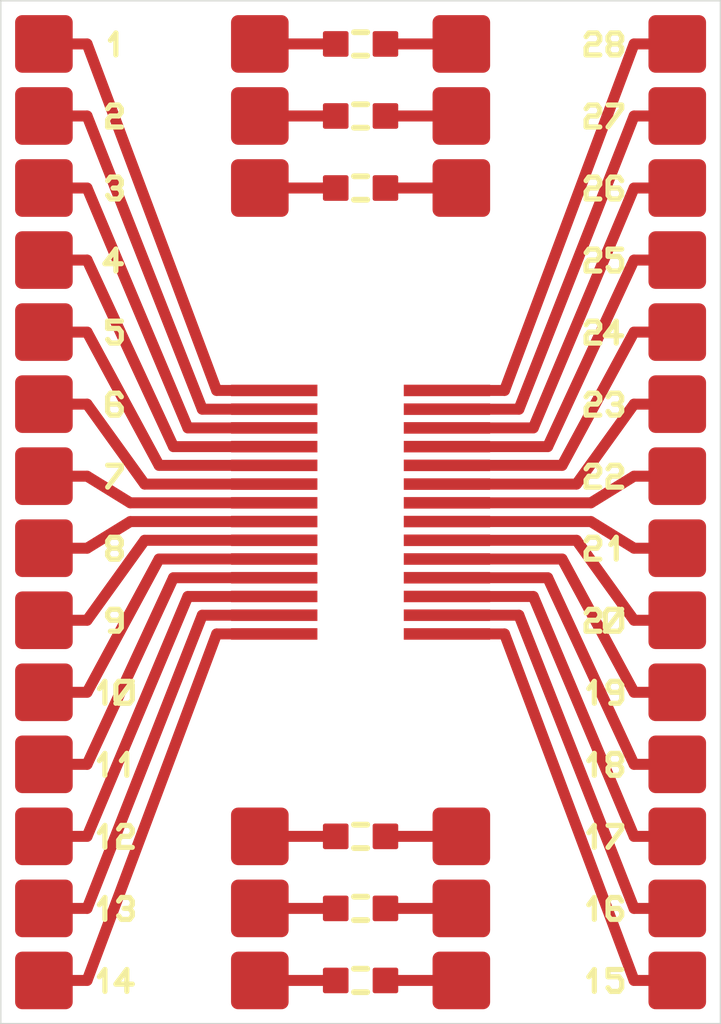
<source format=kicad_pcb>
(kicad_pcb (version 20241229) (generator "pcbnew") (generator_version "9.0")
  (layers (0 "F.Cu" signal) (2 "B.Cu" signal) (13 "F.Paste" user) (15 "B.Paste" user) (5 "F.SilkS" user "F.Silkscreen") (7 "B.SilkS" user "B.Silkscreen") (1 "F.Mask" user) (3 "B.Mask" user) (25 "Edge.Cuts" user))
  (net 0 "")
  (gr_poly (pts (xy 12.02038 -6.05702) (xy 12.03479 -6.06138) (xy 12.04774 -6.06831) (xy 12.05897 -6.07753) (xy 12.06819 -6.08875) (xy 12.07512 -6.10171) (xy 12.07948 -6.11612) (xy 12.081 -6.1317) (xy 12.081 -6.8683) (xy 12.07948 -6.88388) (xy 12.07512 -6.89829) (xy 12.06819 -6.91125) (xy 12.05897 -6.92247) (xy 12.04774 -6.93169) (xy 12.03479 -6.93862) (xy 12.02038 -6.94298) (xy 12.0048 -6.9445) (xy 11.2682 -6.9445) (xy 11.25262 -6.94298) (xy 11.23821 -6.93862) (xy 11.22526 -6.93169) (xy 11.21403 -6.92247) (xy 11.20481 -6.91125) (xy 11.19788 -6.89829) (xy 11.19352 -6.88388) (xy 11.192 -6.8683) (xy 11.192 -6.1317) (xy 11.19352 -6.11612) (xy 11.19788 -6.10171) (xy 11.20481 -6.08875) (xy 11.21403 -6.07753) (xy 11.22526 -6.06831) (xy 11.23821 -6.06138) (xy 11.25262 -6.05702) (xy 11.2682 -6.0555) (xy 12.0048 -6.0555)) (fill yes) (layer "F.Cu"))
  (gr_poly (pts (xy 17 -22.175) (xy 14 -22.175) (xy 14 -21.775) (xy 17 -21.775)) (fill yes) (layer "F.Cu"))
  (gr_poly (pts (xy 9.80112 -5.50497) (xy 9.84839 -5.51929) (xy 9.8909 -5.54202) (xy 9.92773 -5.57227) (xy 9.95797 -5.6091) (xy 9.98071 -5.65161) (xy 9.99503 -5.69888) (xy 10 -5.75) (xy 10 -7.25) (xy 9.99503 -7.30112) (xy 9.98071 -7.34839) (xy 9.95797 -7.3909) (xy 9.92773 -7.42773) (xy 9.8909 -7.45798) (xy 9.84839 -7.48071) (xy 9.80112 -7.49503) (xy 9.75 -7.5) (xy 8.25 -7.5) (xy 8.19888 -7.49503) (xy 8.15161 -7.48071) (xy 8.1091 -7.45798) (xy 8.07227 -7.42773) (xy 8.04203 -7.3909) (xy 8.01929 -7.34839) (xy 8.00497 -7.30112) (xy 8 -7.25) (xy 8 -5.75) (xy 8.00497 -5.69888) (xy 8.01929 -5.65161) (xy 8.04203 -5.6091) (xy 8.07227 -5.57227) (xy 8.1091 -5.54202) (xy 8.15161 -5.51929) (xy 8.19888 -5.50497) (xy 8.25 -5.5) (xy 9.75 -5.5)) (fill yes) (layer "F.Cu"))
  (gr_poly (pts (xy 24.30112 -15.50497) (xy 24.34839 -15.51929) (xy 24.3909 -15.54202) (xy 24.42773 -15.57227) (xy 24.45797 -15.6091) (xy 24.48071 -15.65161) (xy 24.49503 -15.69888) (xy 24.5 -15.75) (xy 24.5 -17.25) (xy 24.49503 -17.30112) (xy 24.48071 -17.34839) (xy 24.45797 -17.3909) (xy 24.42773 -17.42773) (xy 24.3909 -17.45798) (xy 24.34839 -17.48071) (xy 24.30112 -17.49503) (xy 24.25 -17.5) (xy 22.75 -17.5) (xy 22.69888 -17.49503) (xy 22.65161 -17.48071) (xy 22.6091 -17.45798) (xy 22.57227 -17.42773) (xy 22.54203 -17.3909) (xy 22.51929 -17.34839) (xy 22.50497 -17.30112) (xy 22.5 -17.25) (xy 22.5 -15.75) (xy 22.50497 -15.69888) (xy 22.51929 -15.65161) (xy 22.54203 -15.6091) (xy 22.57227 -15.57227) (xy 22.6091 -15.54202) (xy 22.65161 -15.51929) (xy 22.69888 -15.50497) (xy 22.75 -15.5) (xy 24.25 -15.5)) (fill yes) (layer "F.Cu"))
  (gr_poly (pts (xy 11 -17.625) (xy 8 -17.625) (xy 8 -17.225) (xy 11 -17.225)) (fill yes) (layer "F.Cu"))
  (gr_poly (pts (xy 12.02038 -31.05702) (xy 12.03479 -31.06138) (xy 12.04774 -31.06831) (xy 12.05897 -31.07753) (xy 12.06819 -31.08875) (xy 12.07512 -31.10171) (xy 12.07948 -31.11612) (xy 12.081 -31.1317) (xy 12.081 -31.8683) (xy 12.07948 -31.88388) (xy 12.07512 -31.89829) (xy 12.06819 -31.91125) (xy 12.05897 -31.92247) (xy 12.04774 -31.93169) (xy 12.03479 -31.93862) (xy 12.02038 -31.94298) (xy 12.0048 -31.9445) (xy 11.2682 -31.9445) (xy 11.25262 -31.94298) (xy 11.23821 -31.93862) (xy 11.22526 -31.93169) (xy 11.21403 -31.92247) (xy 11.20481 -31.91125) (xy 11.19788 -31.89829) (xy 11.19352 -31.88388) (xy 11.192 -31.8683) (xy 11.192 -31.1317) (xy 11.19352 -31.11612) (xy 11.19788 -31.10171) (xy 11.20481 -31.08875) (xy 11.21403 -31.07753) (xy 11.22526 -31.06831) (xy 11.23821 -31.06138) (xy 11.25262 -31.05702) (xy 11.2682 -31.0555) (xy 12.0048 -31.0555)) (fill yes) (layer "F.Cu"))
  (gr_poly (pts (xy 2.30112 -28.00497) (xy 2.34839 -28.01929) (xy 2.3909 -28.04202) (xy 2.42773 -28.07227) (xy 2.45797 -28.1091) (xy 2.48071 -28.15161) (xy 2.49503 -28.19888) (xy 2.5 -28.25) (xy 2.5 -29.75) (xy 2.49503 -29.80112) (xy 2.48071 -29.84839) (xy 2.45797 -29.8909) (xy 2.42773 -29.92773) (xy 2.3909 -29.95798) (xy 2.34839 -29.98071) (xy 2.30112 -29.99503) (xy 2.25 -30) (xy 0.75 -30) (xy 0.69888 -29.99503) (xy 0.65161 -29.98071) (xy 0.6091 -29.95798) (xy 0.57227 -29.92773) (xy 0.54203 -29.8909) (xy 0.51929 -29.84839) (xy 0.50497 -29.80112) (xy 0.5 -29.75) (xy 0.5 -28.25) (xy 0.50497 -28.19888) (xy 0.51929 -28.15161) (xy 0.54203 -28.1091) (xy 0.57227 -28.07227) (xy 0.6091 -28.04202) (xy 0.65161 -28.01929) (xy 0.69888 -28.00497) (xy 0.75 -28) (xy 2.25 -28)) (fill yes) (layer "F.Cu"))
  (gr_poly (pts (xy 17 -16.325) (xy 14 -16.325) (xy 14 -15.925) (xy 17 -15.925)) (fill yes) (layer "F.Cu"))
  (gr_poly (pts (xy 17 -20.875) (xy 14 -20.875) (xy 14 -20.475) (xy 17 -20.475)) (fill yes) (layer "F.Cu"))
  (gr_poly (pts (xy 24.30112 -28.00497) (xy 24.34839 -28.01929) (xy 24.3909 -28.04202) (xy 24.42773 -28.07227) (xy 24.45797 -28.1091) (xy 24.48071 -28.15161) (xy 24.49503 -28.19888) (xy 24.5 -28.25) (xy 24.5 -29.75) (xy 24.49503 -29.80112) (xy 24.48071 -29.84839) (xy 24.45797 -29.8909) (xy 24.42773 -29.92773) (xy 24.3909 -29.95798) (xy 24.34839 -29.98071) (xy 24.30112 -29.99503) (xy 24.25 -30) (xy 22.75 -30) (xy 22.69888 -29.99503) (xy 22.65161 -29.98071) (xy 22.6091 -29.95798) (xy 22.57227 -29.92773) (xy 22.54203 -29.8909) (xy 22.51929 -29.84839) (xy 22.50497 -29.80112) (xy 22.5 -29.75) (xy 22.5 -28.25) (xy 22.50497 -28.19888) (xy 22.51929 -28.15161) (xy 22.54203 -28.1091) (xy 22.57227 -28.07227) (xy 22.6091 -28.04202) (xy 22.65161 -28.01929) (xy 22.69888 -28.00497) (xy 22.75 -28) (xy 24.25 -28)) (fill yes) (layer "F.Cu"))
  (gr_poly (pts (xy 11 -22.175) (xy 8 -22.175) (xy 8 -21.775) (xy 11 -21.775)) (fill yes) (layer "F.Cu"))
  (gr_poly (pts (xy 24.30112 -10.50497) (xy 24.34839 -10.51929) (xy 24.3909 -10.54202) (xy 24.42773 -10.57227) (xy 24.45797 -10.6091) (xy 24.48071 -10.65161) (xy 24.49503 -10.69888) (xy 24.5 -10.75) (xy 24.5 -12.25) (xy 24.49503 -12.30112) (xy 24.48071 -12.34839) (xy 24.45797 -12.3909) (xy 24.42773 -12.42773) (xy 24.3909 -12.45798) (xy 24.34839 -12.48071) (xy 24.30112 -12.49503) (xy 24.25 -12.5) (xy 22.75 -12.5) (xy 22.69888 -12.49503) (xy 22.65161 -12.48071) (xy 22.6091 -12.45798) (xy 22.57227 -12.42773) (xy 22.54203 -12.3909) (xy 22.51929 -12.34839) (xy 22.50497 -12.30112) (xy 22.5 -12.25) (xy 22.5 -10.75) (xy 22.50497 -10.69888) (xy 22.51929 -10.65161) (xy 22.54203 -10.6091) (xy 22.57227 -10.57227) (xy 22.6091 -10.54202) (xy 22.65161 -10.51929) (xy 22.69888 -10.50497) (xy 22.75 -10.5) (xy 24.25 -10.5)) (fill yes) (layer "F.Cu"))
  (gr_poly (pts (xy 9.80112 -28.00497) (xy 9.84839 -28.01929) (xy 9.8909 -28.04202) (xy 9.92773 -28.07227) (xy 9.95797 -28.1091) (xy 9.98071 -28.15161) (xy 9.99503 -28.19888) (xy 10 -28.25) (xy 10 -29.75) (xy 9.99503 -29.80112) (xy 9.98071 -29.84839) (xy 9.95797 -29.8909) (xy 9.92773 -29.92773) (xy 9.8909 -29.95798) (xy 9.84839 -29.98071) (xy 9.80112 -29.99503) (xy 9.75 -30) (xy 8.25 -30) (xy 8.19888 -29.99503) (xy 8.15161 -29.98071) (xy 8.1091 -29.95798) (xy 8.07227 -29.92773) (xy 8.04203 -29.8909) (xy 8.01929 -29.84839) (xy 8.00497 -29.80112) (xy 8 -29.75) (xy 8 -28.25) (xy 8.00497 -28.19888) (xy 8.01929 -28.15161) (xy 8.04203 -28.1091) (xy 8.07227 -28.07227) (xy 8.1091 -28.04202) (xy 8.15161 -28.01929) (xy 8.19888 -28.00497) (xy 8.25 -28) (xy 9.75 -28)) (fill yes) (layer "F.Cu"))
  (gr_poly (pts (xy 17 -18.275) (xy 14 -18.275) (xy 14 -17.875) (xy 17 -17.875)) (fill yes) (layer "F.Cu"))
  (gr_poly (pts (xy 11 -18.925) (xy 8 -18.925) (xy 8 -18.525) (xy 11 -18.525)) (fill yes) (layer "F.Cu"))
  (gr_poly (pts (xy 24.30112 -8.00497) (xy 24.34839 -8.01929) (xy 24.3909 -8.04202) (xy 24.42773 -8.07227) (xy 24.45797 -8.1091) (xy 24.48071 -8.15161) (xy 24.49503 -8.19888) (xy 24.5 -8.25) (xy 24.5 -9.75) (xy 24.49503 -9.80112) (xy 24.48071 -9.84839) (xy 24.45797 -9.8909) (xy 24.42773 -9.92773) (xy 24.3909 -9.95798) (xy 24.34839 -9.98071) (xy 24.30112 -9.99503) (xy 24.25 -10) (xy 22.75 -10) (xy 22.69888 -9.99503) (xy 22.65161 -9.98071) (xy 22.6091 -9.95798) (xy 22.57227 -9.92773) (xy 22.54203 -9.8909) (xy 22.51929 -9.84839) (xy 22.50497 -9.80112) (xy 22.5 -9.75) (xy 22.5 -8.25) (xy 22.50497 -8.19888) (xy 22.51929 -8.15161) (xy 22.54203 -8.1091) (xy 22.57227 -8.07227) (xy 22.6091 -8.04202) (xy 22.65161 -8.01929) (xy 22.69888 -8.00497) (xy 22.75 -8) (xy 24.25 -8)) (fill yes) (layer "F.Cu"))
  (gr_poly (pts (xy 17 -21.525) (xy 14 -21.525) (xy 14 -21.125) (xy 17 -21.125)) (fill yes) (layer "F.Cu"))
  (gr_poly (pts (xy 24.30112 -3.00497) (xy 24.34839 -3.01929) (xy 24.3909 -3.04202) (xy 24.42773 -3.07227) (xy 24.45797 -3.1091) (xy 24.48071 -3.15161) (xy 24.49503 -3.19888) (xy 24.5 -3.25) (xy 24.5 -4.75) (xy 24.49503 -4.80112) (xy 24.48071 -4.84839) (xy 24.45797 -4.8909) (xy 24.42773 -4.92773) (xy 24.3909 -4.95798) (xy 24.34839 -4.98071) (xy 24.30112 -4.99503) (xy 24.25 -5) (xy 22.75 -5) (xy 22.69888 -4.99503) (xy 22.65161 -4.98071) (xy 22.6091 -4.95798) (xy 22.57227 -4.92773) (xy 22.54203 -4.8909) (xy 22.51929 -4.84839) (xy 22.50497 -4.80112) (xy 22.5 -4.75) (xy 22.5 -3.25) (xy 22.50497 -3.19888) (xy 22.51929 -3.15161) (xy 22.54203 -3.1091) (xy 22.57227 -3.07227) (xy 22.6091 -3.04202) (xy 22.65161 -3.01929) (xy 22.69888 -3.00497) (xy 22.75 -3) (xy 24.25 -3)) (fill yes) (layer "F.Cu"))
  (gr_poly (pts (xy 2.30112 -25.50497) (xy 2.34839 -25.51929) (xy 2.3909 -25.54202) (xy 2.42773 -25.57227) (xy 2.45797 -25.6091) (xy 2.48071 -25.65161) (xy 2.49503 -25.69888) (xy 2.5 -25.75) (xy 2.5 -27.25) (xy 2.49503 -27.30112) (xy 2.48071 -27.34839) (xy 2.45797 -27.3909) (xy 2.42773 -27.42773) (xy 2.3909 -27.45798) (xy 2.34839 -27.48071) (xy 2.30112 -27.49503) (xy 2.25 -27.5) (xy 0.75 -27.5) (xy 0.69888 -27.49503) (xy 0.65161 -27.48071) (xy 0.6091 -27.45798) (xy 0.57227 -27.42773) (xy 0.54203 -27.3909) (xy 0.51929 -27.34839) (xy 0.50497 -27.30112) (xy 0.5 -27.25) (xy 0.5 -25.75) (xy 0.50497 -25.69888) (xy 0.51929 -25.65161) (xy 0.54203 -25.6091) (xy 0.57227 -25.57227) (xy 0.6091 -25.54202) (xy 0.65161 -25.51929) (xy 0.69888 -25.50497) (xy 0.75 -25.5) (xy 2.25 -25.5)) (fill yes) (layer "F.Cu"))
  (gr_poly (pts (xy 2.30112 -33.00497) (xy 2.34839 -33.01929) (xy 2.3909 -33.04202) (xy 2.42773 -33.07227) (xy 2.45797 -33.1091) (xy 2.48071 -33.15161) (xy 2.49503 -33.19888) (xy 2.5 -33.25) (xy 2.5 -34.75) (xy 2.49503 -34.80112) (xy 2.48071 -34.84839) (xy 2.45797 -34.8909) (xy 2.42773 -34.92773) (xy 2.3909 -34.95798) (xy 2.34839 -34.98071) (xy 2.30112 -34.99503) (xy 2.25 -35) (xy 0.75 -35) (xy 0.69888 -34.99503) (xy 0.65161 -34.98071) (xy 0.6091 -34.95798) (xy 0.57227 -34.92773) (xy 0.54203 -34.8909) (xy 0.51929 -34.84839) (xy 0.50497 -34.80112) (xy 0.5 -34.75) (xy 0.5 -33.25) (xy 0.50497 -33.19888) (xy 0.51929 -33.15161) (xy 0.54203 -33.1091) (xy 0.57227 -33.07227) (xy 0.6091 -33.04202) (xy 0.65161 -33.01929) (xy 0.69888 -33.00497) (xy 0.75 -33) (xy 2.25 -33)) (fill yes) (layer "F.Cu"))
  (gr_poly (pts (xy 12.02038 -1.05702) (xy 12.03479 -1.06138) (xy 12.04774 -1.06831) (xy 12.05897 -1.07753) (xy 12.06819 -1.08875) (xy 12.07512 -1.10171) (xy 12.07948 -1.11612) (xy 12.081 -1.1317) (xy 12.081 -1.8683) (xy 12.07948 -1.88388) (xy 12.07512 -1.89829) (xy 12.06819 -1.91125) (xy 12.05897 -1.92247) (xy 12.04774 -1.93169) (xy 12.03479 -1.93862) (xy 12.02038 -1.94298) (xy 12.0048 -1.9445) (xy 11.2682 -1.9445) (xy 11.25262 -1.94298) (xy 11.23821 -1.93862) (xy 11.22526 -1.93169) (xy 11.21403 -1.92247) (xy 11.20481 -1.91125) (xy 11.19788 -1.89829) (xy 11.19352 -1.88388) (xy 11.192 -1.8683) (xy 11.192 -1.1317) (xy 11.19352 -1.11612) (xy 11.19788 -1.10171) (xy 11.20481 -1.08875) (xy 11.21403 -1.07753) (xy 11.22526 -1.06831) (xy 11.23821 -1.06138) (xy 11.25262 -1.05702) (xy 11.2682 -1.0555) (xy 12.0048 -1.0555)) (fill yes) (layer "F.Cu"))
  (gr_poly (pts (xy 11 -16.325) (xy 8 -16.325) (xy 8 -15.925) (xy 11 -15.925)) (fill yes) (layer "F.Cu"))
  (gr_poly (pts (xy 2.30112 -15.50497) (xy 2.34839 -15.51929) (xy 2.3909 -15.54202) (xy 2.42773 -15.57227) (xy 2.45797 -15.6091) (xy 2.48071 -15.65161) (xy 2.49503 -15.69888) (xy 2.5 -15.75) (xy 2.5 -17.25) (xy 2.49503 -17.30112) (xy 2.48071 -17.34839) (xy 2.45797 -17.3909) (xy 2.42773 -17.42773) (xy 2.3909 -17.45798) (xy 2.34839 -17.48071) (xy 2.30112 -17.49503) (xy 2.25 -17.5) (xy 0.75 -17.5) (xy 0.69888 -17.49503) (xy 0.65161 -17.48071) (xy 0.6091 -17.45798) (xy 0.57227 -17.42773) (xy 0.54203 -17.3909) (xy 0.51929 -17.34839) (xy 0.50497 -17.30112) (xy 0.5 -17.25) (xy 0.5 -15.75) (xy 0.50497 -15.69888) (xy 0.51929 -15.65161) (xy 0.54203 -15.6091) (xy 0.57227 -15.57227) (xy 0.6091 -15.54202) (xy 0.65161 -15.51929) (xy 0.69888 -15.50497) (xy 0.75 -15.5) (xy 2.25 -15.5)) (fill yes) (layer "F.Cu"))
  (gr_poly (pts (xy 17 -14.375) (xy 14 -14.375) (xy 14 -13.975) (xy 17 -13.975)) (fill yes) (layer "F.Cu"))
  (gr_poly (pts (xy 24.30112 -25.50497) (xy 24.34839 -25.51929) (xy 24.3909 -25.54202) (xy 24.42773 -25.57227) (xy 24.45797 -25.6091) (xy 24.48071 -25.65161) (xy 24.49503 -25.69888) (xy 24.5 -25.75) (xy 24.5 -27.25) (xy 24.49503 -27.30112) (xy 24.48071 -27.34839) (xy 24.45797 -27.3909) (xy 24.42773 -27.42773) (xy 24.3909 -27.45798) (xy 24.34839 -27.48071) (xy 24.30112 -27.49503) (xy 24.25 -27.5) (xy 22.75 -27.5) (xy 22.69888 -27.49503) (xy 22.65161 -27.48071) (xy 22.6091 -27.45798) (xy 22.57227 -27.42773) (xy 22.54203 -27.3909) (xy 22.51929 -27.34839) (xy 22.50497 -27.30112) (xy 22.5 -27.25) (xy 22.5 -25.75) (xy 22.50497 -25.69888) (xy 22.51929 -25.65161) (xy 22.54203 -25.6091) (xy 22.57227 -25.57227) (xy 22.6091 -25.54202) (xy 22.65161 -25.51929) (xy 22.69888 -25.50497) (xy 22.75 -25.5) (xy 24.25 -25.5)) (fill yes) (layer "F.Cu"))
  (gr_poly (pts (xy 13.74758 -28.55702) (xy 13.76199 -28.56138) (xy 13.77494 -28.56831) (xy 13.78617 -28.57753) (xy 13.79539 -28.58875) (xy 13.80232 -28.60171) (xy 13.80668 -28.61612) (xy 13.8082 -28.6317) (xy 13.8082 -29.3683) (xy 13.80668 -29.38388) (xy 13.80232 -29.39829) (xy 13.79539 -29.41125) (xy 13.78617 -29.42247) (xy 13.77494 -29.43169) (xy 13.76199 -29.43862) (xy 13.74758 -29.44298) (xy 13.732 -29.4445) (xy 12.9954 -29.4445) (xy 12.97982 -29.44298) (xy 12.96541 -29.43862) (xy 12.95246 -29.43169) (xy 12.94123 -29.42247) (xy 12.93201 -29.41125) (xy 12.92508 -29.39829) (xy 12.92072 -29.38388) (xy 12.9192 -29.3683) (xy 12.9192 -28.6317) (xy 12.92072 -28.61612) (xy 12.92508 -28.60171) (xy 12.93201 -28.58875) (xy 12.94123 -28.57753) (xy 12.95246 -28.56831) (xy 12.96541 -28.56138) (xy 12.97982 -28.55702) (xy 12.9954 -28.5555) (xy 13.732 -28.5555)) (fill yes) (layer "F.Cu"))
  (gr_poly (pts (xy 2.30112 -20.50497) (xy 2.34839 -20.51929) (xy 2.3909 -20.54202) (xy 2.42773 -20.57227) (xy 2.45797 -20.6091) (xy 2.48071 -20.65161) (xy 2.49503 -20.69888) (xy 2.5 -20.75) (xy 2.5 -22.25) (xy 2.49503 -22.30112) (xy 2.48071 -22.34839) (xy 2.45797 -22.3909) (xy 2.42773 -22.42773) (xy 2.3909 -22.45798) (xy 2.34839 -22.48071) (xy 2.30112 -22.49503) (xy 2.25 -22.5) (xy 0.75 -22.5) (xy 0.69888 -22.49503) (xy 0.65161 -22.48071) (xy 0.6091 -22.45798) (xy 0.57227 -22.42773) (xy 0.54203 -22.3909) (xy 0.51929 -22.34839) (xy 0.50497 -22.30112) (xy 0.5 -22.25) (xy 0.5 -20.75) (xy 0.50497 -20.69888) (xy 0.51929 -20.65161) (xy 0.54203 -20.6091) (xy 0.57227 -20.57227) (xy 0.6091 -20.54202) (xy 0.65161 -20.51929) (xy 0.69888 -20.50497) (xy 0.75 -20.5) (xy 2.25 -20.5)) (fill yes) (layer "F.Cu"))
  (gr_poly (pts (xy 2.30112 -0.50497) (xy 2.34839 -0.51929) (xy 2.3909 -0.54202) (xy 2.42773 -0.57227) (xy 2.45797 -0.6091) (xy 2.48071 -0.65161) (xy 2.49503 -0.69888) (xy 2.5 -0.75) (xy 2.5 -2.25) (xy 2.49503 -2.30112) (xy 2.48071 -2.34839) (xy 2.45797 -2.3909) (xy 2.42773 -2.42773) (xy 2.3909 -2.45798) (xy 2.34839 -2.48071) (xy 2.30112 -2.49503) (xy 2.25 -2.5) (xy 0.75 -2.5) (xy 0.69888 -2.49503) (xy 0.65161 -2.48071) (xy 0.6091 -2.45798) (xy 0.57227 -2.42773) (xy 0.54203 -2.3909) (xy 0.51929 -2.34839) (xy 0.50497 -2.30112) (xy 0.5 -2.25) (xy 0.5 -0.75) (xy 0.50497 -0.69888) (xy 0.51929 -0.65161) (xy 0.54203 -0.6091) (xy 0.57227 -0.57227) (xy 0.6091 -0.54202) (xy 0.65161 -0.51929) (xy 0.69888 -0.50497) (xy 0.75 -0.5) (xy 2.25 -0.5)) (fill yes) (layer "F.Cu"))
  (gr_poly (pts (xy 17 -13.725) (xy 14 -13.725) (xy 14 -13.325) (xy 17 -13.325)) (fill yes) (layer "F.Cu"))
  (gr_poly (pts (xy 16.80112 -3.00497) (xy 16.84839 -3.01929) (xy 16.8909 -3.04202) (xy 16.92773 -3.07227) (xy 16.95797 -3.1091) (xy 16.98071 -3.15161) (xy 16.99503 -3.19888) (xy 17 -3.25) (xy 17 -4.75) (xy 16.99503 -4.80112) (xy 16.98071 -4.84839) (xy 16.95797 -4.8909) (xy 16.92773 -4.92773) (xy 16.8909 -4.95798) (xy 16.84839 -4.98071) (xy 16.80112 -4.99503) (xy 16.75 -5) (xy 15.25 -5) (xy 15.19888 -4.99503) (xy 15.15161 -4.98071) (xy 15.1091 -4.95798) (xy 15.07227 -4.92773) (xy 15.04203 -4.8909) (xy 15.01929 -4.84839) (xy 15.00497 -4.80112) (xy 15 -4.75) (xy 15 -3.25) (xy 15.00497 -3.19888) (xy 15.01929 -3.15161) (xy 15.04203 -3.1091) (xy 15.07227 -3.07227) (xy 15.1091 -3.04202) (xy 15.15161 -3.01929) (xy 15.19888 -3.00497) (xy 15.25 -3) (xy 16.75 -3)) (fill yes) (layer "F.Cu"))
  (gr_poly (pts (xy 24.30112 -0.50497) (xy 24.34839 -0.51929) (xy 24.3909 -0.54202) (xy 24.42773 -0.57227) (xy 24.45797 -0.6091) (xy 24.48071 -0.65161) (xy 24.49503 -0.69888) (xy 24.5 -0.75) (xy 24.5 -2.25) (xy 24.49503 -2.30112) (xy 24.48071 -2.34839) (xy 24.45797 -2.3909) (xy 24.42773 -2.42773) (xy 24.3909 -2.45798) (xy 24.34839 -2.48071) (xy 24.30112 -2.49503) (xy 24.25 -2.5) (xy 22.75 -2.5) (xy 22.69888 -2.49503) (xy 22.65161 -2.48071) (xy 22.6091 -2.45798) (xy 22.57227 -2.42773) (xy 22.54203 -2.3909) (xy 22.51929 -2.34839) (xy 22.50497 -2.30112) (xy 22.5 -2.25) (xy 22.5 -0.75) (xy 22.50497 -0.69888) (xy 22.51929 -0.65161) (xy 22.54203 -0.6091) (xy 22.57227 -0.57227) (xy 22.6091 -0.54202) (xy 22.65161 -0.51929) (xy 22.69888 -0.50497) (xy 22.75 -0.5) (xy 24.25 -0.5)) (fill yes) (layer "F.Cu"))
  (gr_poly (pts (xy 17 -20.225) (xy 14 -20.225) (xy 14 -19.825) (xy 17 -19.825)) (fill yes) (layer "F.Cu"))
  (gr_poly (pts (xy 11 -18.275) (xy 8 -18.275) (xy 8 -17.875) (xy 11 -17.875)) (fill yes) (layer "F.Cu"))
  (gr_poly (pts (xy 11 -15.675) (xy 8 -15.675) (xy 8 -15.275) (xy 11 -15.275)) (fill yes) (layer "F.Cu"))
  (gr_poly (pts (xy 11 -15.025) (xy 8 -15.025) (xy 8 -14.625) (xy 11 -14.625)) (fill yes) (layer "F.Cu"))
  (gr_poly (pts (xy 12.02038 -33.55702) (xy 12.03479 -33.56138) (xy 12.04774 -33.56831) (xy 12.05897 -33.57753) (xy 12.06819 -33.58875) (xy 12.07512 -33.60171) (xy 12.07948 -33.61612) (xy 12.081 -33.6317) (xy 12.081 -34.3683) (xy 12.07948 -34.38388) (xy 12.07512 -34.39829) (xy 12.06819 -34.41125) (xy 12.05897 -34.42247) (xy 12.04774 -34.43169) (xy 12.03479 -34.43862) (xy 12.02038 -34.44298) (xy 12.0048 -34.4445) (xy 11.2682 -34.4445) (xy 11.25262 -34.44298) (xy 11.23821 -34.43862) (xy 11.22526 -34.43169) (xy 11.21403 -34.42247) (xy 11.20481 -34.41125) (xy 11.19788 -34.39829) (xy 11.19352 -34.38388) (xy 11.192 -34.3683) (xy 11.192 -33.6317) (xy 11.19352 -33.61612) (xy 11.19788 -33.60171) (xy 11.20481 -33.58875) (xy 11.21403 -33.57753) (xy 11.22526 -33.56831) (xy 11.23821 -33.56138) (xy 11.25262 -33.55702) (xy 11.2682 -33.5555) (xy 12.0048 -33.5555)) (fill yes) (layer "F.Cu"))
  (gr_poly (pts (xy 2.30112 -10.50497) (xy 2.34839 -10.51929) (xy 2.3909 -10.54202) (xy 2.42773 -10.57227) (xy 2.45797 -10.6091) (xy 2.48071 -10.65161) (xy 2.49503 -10.69888) (xy 2.5 -10.75) (xy 2.5 -12.25) (xy 2.49503 -12.30112) (xy 2.48071 -12.34839) (xy 2.45797 -12.3909) (xy 2.42773 -12.42773) (xy 2.3909 -12.45798) (xy 2.34839 -12.48071) (xy 2.30112 -12.49503) (xy 2.25 -12.5) (xy 0.75 -12.5) (xy 0.69888 -12.49503) (xy 0.65161 -12.48071) (xy 0.6091 -12.45798) (xy 0.57227 -12.42773) (xy 0.54203 -12.3909) (xy 0.51929 -12.34839) (xy 0.50497 -12.30112) (xy 0.5 -12.25) (xy 0.5 -10.75) (xy 0.50497 -10.69888) (xy 0.51929 -10.65161) (xy 0.54203 -10.6091) (xy 0.57227 -10.57227) (xy 0.6091 -10.54202) (xy 0.65161 -10.51929) (xy 0.69888 -10.50497) (xy 0.75 -10.5) (xy 2.25 -10.5)) (fill yes) (layer "F.Cu"))
  (gr_poly (pts (xy 9.80112 -0.50497) (xy 9.84839 -0.51929) (xy 9.8909 -0.54202) (xy 9.92773 -0.57227) (xy 9.95797 -0.6091) (xy 9.98071 -0.65161) (xy 9.99503 -0.69888) (xy 10 -0.75) (xy 10 -2.25) (xy 9.99503 -2.30112) (xy 9.98071 -2.34839) (xy 9.95797 -2.3909) (xy 9.92773 -2.42773) (xy 9.8909 -2.45798) (xy 9.84839 -2.48071) (xy 9.80112 -2.49503) (xy 9.75 -2.5) (xy 8.25 -2.5) (xy 8.19888 -2.49503) (xy 8.15161 -2.48071) (xy 8.1091 -2.45798) (xy 8.07227 -2.42773) (xy 8.04203 -2.3909) (xy 8.01929 -2.34839) (xy 8.00497 -2.30112) (xy 8 -2.25) (xy 8 -0.75) (xy 8.00497 -0.69888) (xy 8.01929 -0.65161) (xy 8.04203 -0.6091) (xy 8.07227 -0.57227) (xy 8.1091 -0.54202) (xy 8.15161 -0.51929) (xy 8.19888 -0.50497) (xy 8.25 -0.5) (xy 9.75 -0.5)) (fill yes) (layer "F.Cu"))
  (gr_poly (pts (xy 11 -13.725) (xy 8 -13.725) (xy 8 -13.325) (xy 11 -13.325)) (fill yes) (layer "F.Cu"))
  (gr_poly (pts (xy 2.30112 -13.00497) (xy 2.34839 -13.01929) (xy 2.3909 -13.04202) (xy 2.42773 -13.07227) (xy 2.45797 -13.1091) (xy 2.48071 -13.15161) (xy 2.49503 -13.19888) (xy 2.5 -13.25) (xy 2.5 -14.75) (xy 2.49503 -14.80112) (xy 2.48071 -14.84839) (xy 2.45797 -14.8909) (xy 2.42773 -14.92773) (xy 2.3909 -14.95798) (xy 2.34839 -14.98071) (xy 2.30112 -14.99503) (xy 2.25 -15) (xy 0.75 -15) (xy 0.69888 -14.99503) (xy 0.65161 -14.98071) (xy 0.6091 -14.95798) (xy 0.57227 -14.92773) (xy 0.54203 -14.8909) (xy 0.51929 -14.84839) (xy 0.50497 -14.80112) (xy 0.5 -14.75) (xy 0.5 -13.25) (xy 0.50497 -13.19888) (xy 0.51929 -13.15161) (xy 0.54203 -13.1091) (xy 0.57227 -13.07227) (xy 0.6091 -13.04202) (xy 0.65161 -13.01929) (xy 0.69888 -13.00497) (xy 0.75 -13) (xy 2.25 -13)) (fill yes) (layer "F.Cu"))
  (gr_poly (pts (xy 9.80112 -30.50497) (xy 9.84839 -30.51929) (xy 9.8909 -30.54202) (xy 9.92773 -30.57227) (xy 9.95797 -30.6091) (xy 9.98071 -30.65161) (xy 9.99503 -30.69888) (xy 10 -30.75) (xy 10 -32.25) (xy 9.99503 -32.30112) (xy 9.98071 -32.34839) (xy 9.95797 -32.3909) (xy 9.92773 -32.42773) (xy 9.8909 -32.45798) (xy 9.84839 -32.48071) (xy 9.80112 -32.49503) (xy 9.75 -32.5) (xy 8.25 -32.5) (xy 8.19888 -32.49503) (xy 8.15161 -32.48071) (xy 8.1091 -32.45798) (xy 8.07227 -32.42773) (xy 8.04203 -32.3909) (xy 8.01929 -32.34839) (xy 8.00497 -32.30112) (xy 8 -32.25) (xy 8 -30.75) (xy 8.00497 -30.69888) (xy 8.01929 -30.65161) (xy 8.04203 -30.6091) (xy 8.07227 -30.57227) (xy 8.1091 -30.54202) (xy 8.15161 -30.51929) (xy 8.19888 -30.50497) (xy 8.25 -30.5) (xy 9.75 -30.5)) (fill yes) (layer "F.Cu"))
  (gr_poly (pts (xy 2.30112 -30.50497) (xy 2.34839 -30.51929) (xy 2.3909 -30.54202) (xy 2.42773 -30.57227) (xy 2.45797 -30.6091) (xy 2.48071 -30.65161) (xy 2.49503 -30.69888) (xy 2.5 -30.75) (xy 2.5 -32.25) (xy 2.49503 -32.30112) (xy 2.48071 -32.34839) (xy 2.45797 -32.3909) (xy 2.42773 -32.42773) (xy 2.3909 -32.45798) (xy 2.34839 -32.48071) (xy 2.30112 -32.49503) (xy 2.25 -32.5) (xy 0.75 -32.5) (xy 0.69888 -32.49503) (xy 0.65161 -32.48071) (xy 0.6091 -32.45798) (xy 0.57227 -32.42773) (xy 0.54203 -32.3909) (xy 0.51929 -32.34839) (xy 0.50497 -32.30112) (xy 0.5 -32.25) (xy 0.5 -30.75) (xy 0.50497 -30.69888) (xy 0.51929 -30.65161) (xy 0.54203 -30.6091) (xy 0.57227 -30.57227) (xy 0.6091 -30.54202) (xy 0.65161 -30.51929) (xy 0.69888 -30.50497) (xy 0.75 -30.5) (xy 2.25 -30.5)) (fill yes) (layer "F.Cu"))
  (gr_poly (pts (xy 11 -20.225) (xy 8 -20.225) (xy 8 -19.825) (xy 11 -19.825)) (fill yes) (layer "F.Cu"))
  (gr_poly (pts (xy 13.74758 -33.55702) (xy 13.76199 -33.56138) (xy 13.77494 -33.56831) (xy 13.78617 -33.57753) (xy 13.79539 -33.58875) (xy 13.80232 -33.60171) (xy 13.80668 -33.61612) (xy 13.8082 -33.6317) (xy 13.8082 -34.3683) (xy 13.80668 -34.38388) (xy 13.80232 -34.39829) (xy 13.79539 -34.41125) (xy 13.78617 -34.42247) (xy 13.77494 -34.43169) (xy 13.76199 -34.43862) (xy 13.74758 -34.44298) (xy 13.732 -34.4445) (xy 12.9954 -34.4445) (xy 12.97982 -34.44298) (xy 12.96541 -34.43862) (xy 12.95246 -34.43169) (xy 12.94123 -34.42247) (xy 12.93201 -34.41125) (xy 12.92508 -34.39829) (xy 12.92072 -34.38388) (xy 12.9192 -34.3683) (xy 12.9192 -33.6317) (xy 12.92072 -33.61612) (xy 12.92508 -33.60171) (xy 12.93201 -33.58875) (xy 12.94123 -33.57753) (xy 12.95246 -33.56831) (xy 12.96541 -33.56138) (xy 12.97982 -33.55702) (xy 12.9954 -33.5555) (xy 13.732 -33.5555)) (fill yes) (layer "F.Cu"))
  (gr_poly (pts (xy 9.80112 -33.00497) (xy 9.84839 -33.01929) (xy 9.8909 -33.04202) (xy 9.92773 -33.07227) (xy 9.95797 -33.1091) (xy 9.98071 -33.15161) (xy 9.99503 -33.19888) (xy 10 -33.25) (xy 10 -34.75) (xy 9.99503 -34.80112) (xy 9.98071 -34.84839) (xy 9.95797 -34.8909) (xy 9.92773 -34.92773) (xy 9.8909 -34.95798) (xy 9.84839 -34.98071) (xy 9.80112 -34.99503) (xy 9.75 -35) (xy 8.25 -35) (xy 8.19888 -34.99503) (xy 8.15161 -34.98071) (xy 8.1091 -34.95798) (xy 8.07227 -34.92773) (xy 8.04203 -34.8909) (xy 8.01929 -34.84839) (xy 8.00497 -34.80112) (xy 8 -34.75) (xy 8 -33.25) (xy 8.00497 -33.19888) (xy 8.01929 -33.15161) (xy 8.04203 -33.1091) (xy 8.07227 -33.07227) (xy 8.1091 -33.04202) (xy 8.15161 -33.01929) (xy 8.19888 -33.00497) (xy 8.25 -33) (xy 9.75 -33)) (fill yes) (layer "F.Cu"))
  (gr_poly (pts (xy 16.80112 -30.50497) (xy 16.84839 -30.51929) (xy 16.8909 -30.54202) (xy 16.92773 -30.57227) (xy 16.95797 -30.6091) (xy 16.98071 -30.65161) (xy 16.99503 -30.69888) (xy 17 -30.75) (xy 17 -32.25) (xy 16.99503 -32.30112) (xy 16.98071 -32.34839) (xy 16.95797 -32.3909) (xy 16.92773 -32.42773) (xy 16.8909 -32.45798) (xy 16.84839 -32.48071) (xy 16.80112 -32.49503) (xy 16.75 -32.5) (xy 15.25 -32.5) (xy 15.19888 -32.49503) (xy 15.15161 -32.48071) (xy 15.1091 -32.45798) (xy 15.07227 -32.42773) (xy 15.04203 -32.3909) (xy 15.01929 -32.34839) (xy 15.00497 -32.30112) (xy 15 -32.25) (xy 15 -30.75) (xy 15.00497 -30.69888) (xy 15.01929 -30.65161) (xy 15.04203 -30.6091) (xy 15.07227 -30.57227) (xy 15.1091 -30.54202) (xy 15.15161 -30.51929) (xy 15.19888 -30.50497) (xy 15.25 -30.5) (xy 16.75 -30.5)) (fill yes) (layer "F.Cu"))
  (gr_poly (pts (xy 11 -21.525) (xy 8 -21.525) (xy 8 -21.125) (xy 11 -21.125)) (fill yes) (layer "F.Cu"))
  (gr_poly (pts (xy 17 -18.925) (xy 14 -18.925) (xy 14 -18.525) (xy 17 -18.525)) (fill yes) (layer "F.Cu"))
  (gr_poly (pts (xy 24.30112 -5.50497) (xy 24.34839 -5.51929) (xy 24.3909 -5.54202) (xy 24.42773 -5.57227) (xy 24.45797 -5.6091) (xy 24.48071 -5.65161) (xy 24.49503 -5.69888) (xy 24.5 -5.75) (xy 24.5 -7.25) (xy 24.49503 -7.30112) (xy 24.48071 -7.34839) (xy 24.45797 -7.3909) (xy 24.42773 -7.42773) (xy 24.3909 -7.45798) (xy 24.34839 -7.48071) (xy 24.30112 -7.49503) (xy 24.25 -7.5) (xy 22.75 -7.5) (xy 22.69888 -7.49503) (xy 22.65161 -7.48071) (xy 22.6091 -7.45798) (xy 22.57227 -7.42773) (xy 22.54203 -7.3909) (xy 22.51929 -7.34839) (xy 22.50497 -7.30112) (xy 22.5 -7.25) (xy 22.5 -5.75) (xy 22.50497 -5.69888) (xy 22.51929 -5.65161) (xy 22.54203 -5.6091) (xy 22.57227 -5.57227) (xy 22.6091 -5.54202) (xy 22.65161 -5.51929) (xy 22.69888 -5.50497) (xy 22.75 -5.5) (xy 24.25 -5.5)) (fill yes) (layer "F.Cu"))
  (gr_poly (pts (xy 13.74758 -1.05702) (xy 13.76199 -1.06138) (xy 13.77494 -1.06831) (xy 13.78617 -1.07753) (xy 13.79539 -1.08875) (xy 13.80232 -1.10171) (xy 13.80668 -1.11612) (xy 13.8082 -1.1317) (xy 13.8082 -1.8683) (xy 13.80668 -1.88388) (xy 13.80232 -1.89829) (xy 13.79539 -1.91125) (xy 13.78617 -1.92247) (xy 13.77494 -1.93169) (xy 13.76199 -1.93862) (xy 13.74758 -1.94298) (xy 13.732 -1.9445) (xy 12.9954 -1.9445) (xy 12.97982 -1.94298) (xy 12.96541 -1.93862) (xy 12.95246 -1.93169) (xy 12.94123 -1.92247) (xy 12.93201 -1.91125) (xy 12.92508 -1.89829) (xy 12.92072 -1.88388) (xy 12.9192 -1.8683) (xy 12.9192 -1.1317) (xy 12.92072 -1.11612) (xy 12.92508 -1.10171) (xy 12.93201 -1.08875) (xy 12.94123 -1.07753) (xy 12.95246 -1.06831) (xy 12.96541 -1.06138) (xy 12.97982 -1.05702) (xy 12.9954 -1.0555) (xy 13.732 -1.0555)) (fill yes) (layer "F.Cu"))
  (gr_poly (pts (xy 24.30112 -18.00497) (xy 24.34839 -18.01929) (xy 24.3909 -18.04202) (xy 24.42773 -18.07227) (xy 24.45797 -18.1091) (xy 24.48071 -18.15161) (xy 24.49503 -18.19888) (xy 24.5 -18.25) (xy 24.5 -19.75) (xy 24.49503 -19.80112) (xy 24.48071 -19.84839) (xy 24.45797 -19.8909) (xy 24.42773 -19.92773) (xy 24.3909 -19.95798) (xy 24.34839 -19.98071) (xy 24.30112 -19.99503) (xy 24.25 -20) (xy 22.75 -20) (xy 22.69888 -19.99503) (xy 22.65161 -19.98071) (xy 22.6091 -19.95798) (xy 22.57227 -19.92773) (xy 22.54203 -19.8909) (xy 22.51929 -19.84839) (xy 22.50497 -19.80112) (xy 22.5 -19.75) (xy 22.5 -18.25) (xy 22.50497 -18.19888) (xy 22.51929 -18.15161) (xy 22.54203 -18.1091) (xy 22.57227 -18.07227) (xy 22.6091 -18.04202) (xy 22.65161 -18.01929) (xy 22.69888 -18.00497) (xy 22.75 -18) (xy 24.25 -18)) (fill yes) (layer "F.Cu"))
  (gr_poly (pts (xy 16.80112 -0.50497) (xy 16.84839 -0.51929) (xy 16.8909 -0.54202) (xy 16.92773 -0.57227) (xy 16.95797 -0.6091) (xy 16.98071 -0.65161) (xy 16.99503 -0.69888) (xy 17 -0.75) (xy 17 -2.25) (xy 16.99503 -2.30112) (xy 16.98071 -2.34839) (xy 16.95797 -2.3909) (xy 16.92773 -2.42773) (xy 16.8909 -2.45798) (xy 16.84839 -2.48071) (xy 16.80112 -2.49503) (xy 16.75 -2.5) (xy 15.25 -2.5) (xy 15.19888 -2.49503) (xy 15.15161 -2.48071) (xy 15.1091 -2.45798) (xy 15.07227 -2.42773) (xy 15.04203 -2.3909) (xy 15.01929 -2.34839) (xy 15.00497 -2.30112) (xy 15 -2.25) (xy 15 -0.75) (xy 15.00497 -0.69888) (xy 15.01929 -0.65161) (xy 15.04203 -0.6091) (xy 15.07227 -0.57227) (xy 15.1091 -0.54202) (xy 15.15161 -0.51929) (xy 15.19888 -0.50497) (xy 15.25 -0.5) (xy 16.75 -0.5)) (fill yes) (layer "F.Cu"))
  (gr_poly (pts (xy 2.30112 -5.50497) (xy 2.34839 -5.51929) (xy 2.3909 -5.54202) (xy 2.42773 -5.57227) (xy 2.45797 -5.6091) (xy 2.48071 -5.65161) (xy 2.49503 -5.69888) (xy 2.5 -5.75) (xy 2.5 -7.25) (xy 2.49503 -7.30112) (xy 2.48071 -7.34839) (xy 2.45797 -7.3909) (xy 2.42773 -7.42773) (xy 2.3909 -7.45798) (xy 2.34839 -7.48071) (xy 2.30112 -7.49503) (xy 2.25 -7.5) (xy 0.75 -7.5) (xy 0.69888 -7.49503) (xy 0.65161 -7.48071) (xy 0.6091 -7.45798) (xy 0.57227 -7.42773) (xy 0.54203 -7.3909) (xy 0.51929 -7.34839) (xy 0.50497 -7.30112) (xy 0.5 -7.25) (xy 0.5 -5.75) (xy 0.50497 -5.69888) (xy 0.51929 -5.65161) (xy 0.54203 -5.6091) (xy 0.57227 -5.57227) (xy 0.6091 -5.54202) (xy 0.65161 -5.51929) (xy 0.69888 -5.50497) (xy 0.75 -5.5) (xy 2.25 -5.5)) (fill yes) (layer "F.Cu"))
  (gr_poly (pts (xy 24.30112 -23.00497) (xy 24.34839 -23.01929) (xy 24.3909 -23.04202) (xy 24.42773 -23.07227) (xy 24.45797 -23.1091) (xy 24.48071 -23.15161) (xy 24.49503 -23.19888) (xy 24.5 -23.25) (xy 24.5 -24.75) (xy 24.49503 -24.80112) (xy 24.48071 -24.84839) (xy 24.45797 -24.8909) (xy 24.42773 -24.92773) (xy 24.3909 -24.95798) (xy 24.34839 -24.98071) (xy 24.30112 -24.99503) (xy 24.25 -25) (xy 22.75 -25) (xy 22.69888 -24.99503) (xy 22.65161 -24.98071) (xy 22.6091 -24.95798) (xy 22.57227 -24.92773) (xy 22.54203 -24.8909) (xy 22.51929 -24.84839) (xy 22.50497 -24.80112) (xy 22.5 -24.75) (xy 22.5 -23.25) (xy 22.50497 -23.19888) (xy 22.51929 -23.15161) (xy 22.54203 -23.1091) (xy 22.57227 -23.07227) (xy 22.6091 -23.04202) (xy 22.65161 -23.01929) (xy 22.69888 -23.00497) (xy 22.75 -23) (xy 24.25 -23)) (fill yes) (layer "F.Cu"))
  (gr_poly (pts (xy 12.02038 -3.55702) (xy 12.03479 -3.56138) (xy 12.04774 -3.56831) (xy 12.05897 -3.57753) (xy 12.06819 -3.58875) (xy 12.07512 -3.60171) (xy 12.07948 -3.61612) (xy 12.081 -3.6317) (xy 12.081 -4.3683) (xy 12.07948 -4.38388) (xy 12.07512 -4.39829) (xy 12.06819 -4.41125) (xy 12.05897 -4.42247) (xy 12.04774 -4.43169) (xy 12.03479 -4.43862) (xy 12.02038 -4.44298) (xy 12.0048 -4.4445) (xy 11.2682 -4.4445) (xy 11.25262 -4.44298) (xy 11.23821 -4.43862) (xy 11.22526 -4.43169) (xy 11.21403 -4.42247) (xy 11.20481 -4.41125) (xy 11.19788 -4.39829) (xy 11.19352 -4.38388) (xy 11.192 -4.3683) (xy 11.192 -3.6317) (xy 11.19352 -3.61612) (xy 11.19788 -3.60171) (xy 11.20481 -3.58875) (xy 11.21403 -3.57753) (xy 11.22526 -3.56831) (xy 11.23821 -3.56138) (xy 11.25262 -3.55702) (xy 11.2682 -3.5555) (xy 12.0048 -3.5555)) (fill yes) (layer "F.Cu"))
  (gr_poly (pts (xy 17 -16.975) (xy 14 -16.975) (xy 14 -16.575) (xy 17 -16.575)) (fill yes) (layer "F.Cu"))
  (gr_poly (pts (xy 17 -19.575) (xy 14 -19.575) (xy 14 -19.175) (xy 17 -19.175)) (fill yes) (layer "F.Cu"))
  (gr_poly (pts (xy 13.74758 -6.05702) (xy 13.76199 -6.06138) (xy 13.77494 -6.06831) (xy 13.78617 -6.07753) (xy 13.79539 -6.08875) (xy 13.80232 -6.10171) (xy 13.80668 -6.11612) (xy 13.8082 -6.1317) (xy 13.8082 -6.8683) (xy 13.80668 -6.88388) (xy 13.80232 -6.89829) (xy 13.79539 -6.91125) (xy 13.78617 -6.92247) (xy 13.77494 -6.93169) (xy 13.76199 -6.93862) (xy 13.74758 -6.94298) (xy 13.732 -6.9445) (xy 12.9954 -6.9445) (xy 12.97982 -6.94298) (xy 12.96541 -6.93862) (xy 12.95246 -6.93169) (xy 12.94123 -6.92247) (xy 12.93201 -6.91125) (xy 12.92508 -6.89829) (xy 12.92072 -6.88388) (xy 12.9192 -6.8683) (xy 12.9192 -6.1317) (xy 12.92072 -6.11612) (xy 12.92508 -6.10171) (xy 12.93201 -6.08875) (xy 12.94123 -6.07753) (xy 12.95246 -6.06831) (xy 12.96541 -6.06138) (xy 12.97982 -6.05702) (xy 12.9954 -6.0555) (xy 13.732 -6.0555)) (fill yes) (layer "F.Cu"))
  (gr_poly (pts (xy 2.30112 -8.00497) (xy 2.34839 -8.01929) (xy 2.3909 -8.04202) (xy 2.42773 -8.07227) (xy 2.45797 -8.1091) (xy 2.48071 -8.15161) (xy 2.49503 -8.19888) (xy 2.5 -8.25) (xy 2.5 -9.75) (xy 2.49503 -9.80112) (xy 2.48071 -9.84839) (xy 2.45797 -9.8909) (xy 2.42773 -9.92773) (xy 2.3909 -9.95798) (xy 2.34839 -9.98071) (xy 2.30112 -9.99503) (xy 2.25 -10) (xy 0.75 -10) (xy 0.69888 -9.99503) (xy 0.65161 -9.98071) (xy 0.6091 -9.95798) (xy 0.57227 -9.92773) (xy 0.54203 -9.8909) (xy 0.51929 -9.84839) (xy 0.50497 -9.80112) (xy 0.5 -9.75) (xy 0.5 -8.25) (xy 0.50497 -8.19888) (xy 0.51929 -8.15161) (xy 0.54203 -8.1091) (xy 0.57227 -8.07227) (xy 0.6091 -8.04202) (xy 0.65161 -8.01929) (xy 0.69888 -8.00497) (xy 0.75 -8) (xy 2.25 -8)) (fill yes) (layer "F.Cu"))
  (gr_poly (pts (xy 24.30112 -20.50497) (xy 24.34839 -20.51929) (xy 24.3909 -20.54202) (xy 24.42773 -20.57227) (xy 24.45797 -20.6091) (xy 24.48071 -20.65161) (xy 24.49503 -20.69888) (xy 24.5 -20.75) (xy 24.5 -22.25) (xy 24.49503 -22.30112) (xy 24.48071 -22.34839) (xy 24.45797 -22.3909) (xy 24.42773 -22.42773) (xy 24.3909 -22.45798) (xy 24.34839 -22.48071) (xy 24.30112 -22.49503) (xy 24.25 -22.5) (xy 22.75 -22.5) (xy 22.69888 -22.49503) (xy 22.65161 -22.48071) (xy 22.6091 -22.45798) (xy 22.57227 -22.42773) (xy 22.54203 -22.3909) (xy 22.51929 -22.34839) (xy 22.50497 -22.30112) (xy 22.5 -22.25) (xy 22.5 -20.75) (xy 22.50497 -20.69888) (xy 22.51929 -20.65161) (xy 22.54203 -20.6091) (xy 22.57227 -20.57227) (xy 22.6091 -20.54202) (xy 22.65161 -20.51929) (xy 22.69888 -20.50497) (xy 22.75 -20.5) (xy 24.25 -20.5)) (fill yes) (layer "F.Cu"))
  (gr_poly (pts (xy 13.74758 -31.05702) (xy 13.76199 -31.06138) (xy 13.77494 -31.06831) (xy 13.78617 -31.07753) (xy 13.79539 -31.08875) (xy 13.80232 -31.10171) (xy 13.80668 -31.11612) (xy 13.8082 -31.1317) (xy 13.8082 -31.8683) (xy 13.80668 -31.88388) (xy 13.80232 -31.89829) (xy 13.79539 -31.91125) (xy 13.78617 -31.92247) (xy 13.77494 -31.93169) (xy 13.76199 -31.93862) (xy 13.74758 -31.94298) (xy 13.732 -31.9445) (xy 12.9954 -31.9445) (xy 12.97982 -31.94298) (xy 12.96541 -31.93862) (xy 12.95246 -31.93169) (xy 12.94123 -31.92247) (xy 12.93201 -31.91125) (xy 12.92508 -31.89829) (xy 12.92072 -31.88388) (xy 12.9192 -31.8683) (xy 12.9192 -31.1317) (xy 12.92072 -31.11612) (xy 12.92508 -31.10171) (xy 12.93201 -31.08875) (xy 12.94123 -31.07753) (xy 12.95246 -31.06831) (xy 12.96541 -31.06138) (xy 12.97982 -31.05702) (xy 12.9954 -31.0555) (xy 13.732 -31.0555)) (fill yes) (layer "F.Cu"))
  (gr_poly (pts (xy 12.02038 -28.55702) (xy 12.03479 -28.56138) (xy 12.04774 -28.56831) (xy 12.05897 -28.57753) (xy 12.06819 -28.58875) (xy 12.07512 -28.60171) (xy 12.07948 -28.61612) (xy 12.081 -28.6317) (xy 12.081 -29.3683) (xy 12.07948 -29.38388) (xy 12.07512 -29.39829) (xy 12.06819 -29.41125) (xy 12.05897 -29.42247) (xy 12.04774 -29.43169) (xy 12.03479 -29.43862) (xy 12.02038 -29.44298) (xy 12.0048 -29.4445) (xy 11.2682 -29.4445) (xy 11.25262 -29.44298) (xy 11.23821 -29.43862) (xy 11.22526 -29.43169) (xy 11.21403 -29.42247) (xy 11.20481 -29.41125) (xy 11.19788 -29.39829) (xy 11.19352 -29.38388) (xy 11.192 -29.3683) (xy 11.192 -28.6317) (xy 11.19352 -28.61612) (xy 11.19788 -28.60171) (xy 11.20481 -28.58875) (xy 11.21403 -28.57753) (xy 11.22526 -28.56831) (xy 11.23821 -28.56138) (xy 11.25262 -28.55702) (xy 11.2682 -28.5555) (xy 12.0048 -28.5555)) (fill yes) (layer "F.Cu"))
  (gr_poly (pts (xy 16.80112 -33.00497) (xy 16.84839 -33.01929) (xy 16.8909 -33.04202) (xy 16.92773 -33.07227) (xy 16.95797 -33.1091) (xy 16.98071 -33.15161) (xy 16.99503 -33.19888) (xy 17 -33.25) (xy 17 -34.75) (xy 16.99503 -34.80112) (xy 16.98071 -34.84839) (xy 16.95797 -34.8909) (xy 16.92773 -34.92773) (xy 16.8909 -34.95798) (xy 16.84839 -34.98071) (xy 16.80112 -34.99503) (xy 16.75 -35) (xy 15.25 -35) (xy 15.19888 -34.99503) (xy 15.15161 -34.98071) (xy 15.1091 -34.95798) (xy 15.07227 -34.92773) (xy 15.04203 -34.8909) (xy 15.01929 -34.84839) (xy 15.00497 -34.80112) (xy 15 -34.75) (xy 15 -33.25) (xy 15.00497 -33.19888) (xy 15.01929 -33.15161) (xy 15.04203 -33.1091) (xy 15.07227 -33.07227) (xy 15.1091 -33.04202) (xy 15.15161 -33.01929) (xy 15.19888 -33.00497) (xy 15.25 -33) (xy 16.75 -33)) (fill yes) (layer "F.Cu"))
  (gr_poly (pts (xy 16.80112 -28.00497) (xy 16.84839 -28.01929) (xy 16.8909 -28.04202) (xy 16.92773 -28.07227) (xy 16.95797 -28.1091) (xy 16.98071 -28.15161) (xy 16.99503 -28.19888) (xy 17 -28.25) (xy 17 -29.75) (xy 16.99503 -29.80112) (xy 16.98071 -29.84839) (xy 16.95797 -29.8909) (xy 16.92773 -29.92773) (xy 16.8909 -29.95798) (xy 16.84839 -29.98071) (xy 16.80112 -29.99503) (xy 16.75 -30) (xy 15.25 -30) (xy 15.19888 -29.99503) (xy 15.15161 -29.98071) (xy 15.1091 -29.95798) (xy 15.07227 -29.92773) (xy 15.04203 -29.8909) (xy 15.01929 -29.84839) (xy 15.00497 -29.80112) (xy 15 -29.75) (xy 15 -28.25) (xy 15.00497 -28.19888) (xy 15.01929 -28.15161) (xy 15.04203 -28.1091) (xy 15.07227 -28.07227) (xy 15.1091 -28.04202) (xy 15.15161 -28.01929) (xy 15.19888 -28.00497) (xy 15.25 -28) (xy 16.75 -28)) (fill yes) (layer "F.Cu"))
  (gr_poly (pts (xy 11 -16.975) (xy 8 -16.975) (xy 8 -16.575) (xy 11 -16.575)) (fill yes) (layer "F.Cu"))
  (gr_poly (pts (xy 17 -17.625) (xy 14 -17.625) (xy 14 -17.225) (xy 17 -17.225)) (fill yes) (layer "F.Cu"))
  (gr_poly (pts (xy 11 -14.375) (xy 8 -14.375) (xy 8 -13.975) (xy 11 -13.975)) (fill yes) (layer "F.Cu"))
  (gr_poly (pts (xy 11 -19.575) (xy 8 -19.575) (xy 8 -19.175) (xy 11 -19.175)) (fill yes) (layer "F.Cu"))
  (gr_poly (pts (xy 24.30112 -33.00497) (xy 24.34839 -33.01929) (xy 24.3909 -33.04202) (xy 24.42773 -33.07227) (xy 24.45797 -33.1091) (xy 24.48071 -33.15161) (xy 24.49503 -33.19888) (xy 24.5 -33.25) (xy 24.5 -34.75) (xy 24.49503 -34.80112) (xy 24.48071 -34.84839) (xy 24.45797 -34.8909) (xy 24.42773 -34.92773) (xy 24.3909 -34.95798) (xy 24.34839 -34.98071) (xy 24.30112 -34.99503) (xy 24.25 -35) (xy 22.75 -35) (xy 22.69888 -34.99503) (xy 22.65161 -34.98071) (xy 22.6091 -34.95798) (xy 22.57227 -34.92773) (xy 22.54203 -34.8909) (xy 22.51929 -34.84839) (xy 22.50497 -34.80112) (xy 22.5 -34.75) (xy 22.5 -33.25) (xy 22.50497 -33.19888) (xy 22.51929 -33.15161) (xy 22.54203 -33.1091) (xy 22.57227 -33.07227) (xy 22.6091 -33.04202) (xy 22.65161 -33.01929) (xy 22.69888 -33.00497) (xy 22.75 -33) (xy 24.25 -33)) (fill yes) (layer "F.Cu"))
  (gr_poly (pts (xy 13.74758 -3.55702) (xy 13.76199 -3.56138) (xy 13.77494 -3.56831) (xy 13.78617 -3.57753) (xy 13.79539 -3.58875) (xy 13.80232 -3.60171) (xy 13.80668 -3.61612) (xy 13.8082 -3.6317) (xy 13.8082 -4.3683) (xy 13.80668 -4.38388) (xy 13.80232 -4.39829) (xy 13.79539 -4.41125) (xy 13.78617 -4.42247) (xy 13.77494 -4.43169) (xy 13.76199 -4.43862) (xy 13.74758 -4.44298) (xy 13.732 -4.4445) (xy 12.9954 -4.4445) (xy 12.97982 -4.44298) (xy 12.96541 -4.43862) (xy 12.95246 -4.43169) (xy 12.94123 -4.42247) (xy 12.93201 -4.41125) (xy 12.92508 -4.39829) (xy 12.92072 -4.38388) (xy 12.9192 -4.3683) (xy 12.9192 -3.6317) (xy 12.92072 -3.61612) (xy 12.92508 -3.60171) (xy 12.93201 -3.58875) (xy 12.94123 -3.57753) (xy 12.95246 -3.56831) (xy 12.96541 -3.56138) (xy 12.97982 -3.55702) (xy 12.9954 -3.5555) (xy 13.732 -3.5555)) (fill yes) (layer "F.Cu"))
  (gr_poly (pts (xy 17 -15.675) (xy 14 -15.675) (xy 14 -15.275) (xy 17 -15.275)) (fill yes) (layer "F.Cu"))
  (gr_poly (pts (xy 24.30112 -13.00497) (xy 24.34839 -13.01929) (xy 24.3909 -13.04202) (xy 24.42773 -13.07227) (xy 24.45797 -13.1091) (xy 24.48071 -13.15161) (xy 24.49503 -13.19888) (xy 24.5 -13.25) (xy 24.5 -14.75) (xy 24.49503 -14.80112) (xy 24.48071 -14.84839) (xy 24.45797 -14.8909) (xy 24.42773 -14.92773) (xy 24.3909 -14.95798) (xy 24.34839 -14.98071) (xy 24.30112 -14.99503) (xy 24.25 -15) (xy 22.75 -15) (xy 22.69888 -14.99503) (xy 22.65161 -14.98071) (xy 22.6091 -14.95798) (xy 22.57227 -14.92773) (xy 22.54203 -14.8909) (xy 22.51929 -14.84839) (xy 22.50497 -14.80112) (xy 22.5 -14.75) (xy 22.5 -13.25) (xy 22.50497 -13.19888) (xy 22.51929 -13.15161) (xy 22.54203 -13.1091) (xy 22.57227 -13.07227) (xy 22.6091 -13.04202) (xy 22.65161 -13.01929) (xy 22.69888 -13.00497) (xy 22.75 -13) (xy 24.25 -13)) (fill yes) (layer "F.Cu"))
  (gr_poly (pts (xy 2.30112 -18.00497) (xy 2.34839 -18.01929) (xy 2.3909 -18.04202) (xy 2.42773 -18.07227) (xy 2.45797 -18.1091) (xy 2.48071 -18.15161) (xy 2.49503 -18.19888) (xy 2.5 -18.25) (xy 2.5 -19.75) (xy 2.49503 -19.80112) (xy 2.48071 -19.84839) (xy 2.45797 -19.8909) (xy 2.42773 -19.92773) (xy 2.3909 -19.95798) (xy 2.34839 -19.98071) (xy 2.30112 -19.99503) (xy 2.25 -20) (xy 0.75 -20) (xy 0.69888 -19.99503) (xy 0.65161 -19.98071) (xy 0.6091 -19.95798) (xy 0.57227 -19.92773) (xy 0.54203 -19.8909) (xy 0.51929 -19.84839) (xy 0.50497 -19.80112) (xy 0.5 -19.75) (xy 0.5 -18.25) (xy 0.50497 -18.19888) (xy 0.51929 -18.15161) (xy 0.54203 -18.1091) (xy 0.57227 -18.07227) (xy 0.6091 -18.04202) (xy 0.65161 -18.01929) (xy 0.69888 -18.00497) (xy 0.75 -18) (xy 2.25 -18)) (fill yes) (layer "F.Cu"))
  (gr_poly (pts (xy 2.30112 -23.00497) (xy 2.34839 -23.01929) (xy 2.3909 -23.04202) (xy 2.42773 -23.07227) (xy 2.45797 -23.1091) (xy 2.48071 -23.15161) (xy 2.49503 -23.19888) (xy 2.5 -23.25) (xy 2.5 -24.75) (xy 2.49503 -24.80112) (xy 2.48071 -24.84839) (xy 2.45797 -24.8909) (xy 2.42773 -24.92773) (xy 2.3909 -24.95798) (xy 2.34839 -24.98071) (xy 2.30112 -24.99503) (xy 2.25 -25) (xy 0.75 -25) (xy 0.69888 -24.99503) (xy 0.65161 -24.98071) (xy 0.6091 -24.95798) (xy 0.57227 -24.92773) (xy 0.54203 -24.8909) (xy 0.51929 -24.84839) (xy 0.50497 -24.80112) (xy 0.5 -24.75) (xy 0.5 -23.25) (xy 0.50497 -23.19888) (xy 0.51929 -23.15161) (xy 0.54203 -23.1091) (xy 0.57227 -23.07227) (xy 0.6091 -23.04202) (xy 0.65161 -23.01929) (xy 0.69888 -23.00497) (xy 0.75 -23) (xy 2.25 -23)) (fill yes) (layer "F.Cu"))
  (gr_poly (pts (xy 24.30112 -30.50497) (xy 24.34839 -30.51929) (xy 24.3909 -30.54202) (xy 24.42773 -30.57227) (xy 24.45797 -30.6091) (xy 24.48071 -30.65161) (xy 24.49503 -30.69888) (xy 24.5 -30.75) (xy 24.5 -32.25) (xy 24.49503 -32.30112) (xy 24.48071 -32.34839) (xy 24.45797 -32.3909) (xy 24.42773 -32.42773) (xy 24.3909 -32.45798) (xy 24.34839 -32.48071) (xy 24.30112 -32.49503) (xy 24.25 -32.5) (xy 22.75 -32.5) (xy 22.69888 -32.49503) (xy 22.65161 -32.48071) (xy 22.6091 -32.45798) (xy 22.57227 -32.42773) (xy 22.54203 -32.3909) (xy 22.51929 -32.34839) (xy 22.50497 -32.30112) (xy 22.5 -32.25) (xy 22.5 -30.75) (xy 22.50497 -30.69888) (xy 22.51929 -30.65161) (xy 22.54203 -30.6091) (xy 22.57227 -30.57227) (xy 22.6091 -30.54202) (xy 22.65161 -30.51929) (xy 22.69888 -30.50497) (xy 22.75 -30.5) (xy 24.25 -30.5)) (fill yes) (layer "F.Cu"))
  (gr_poly (pts (xy 2.30112 -3.00497) (xy 2.34839 -3.01929) (xy 2.3909 -3.04202) (xy 2.42773 -3.07227) (xy 2.45797 -3.1091) (xy 2.48071 -3.15161) (xy 2.49503 -3.19888) (xy 2.5 -3.25) (xy 2.5 -4.75) (xy 2.49503 -4.80112) (xy 2.48071 -4.84839) (xy 2.45797 -4.8909) (xy 2.42773 -4.92773) (xy 2.3909 -4.95798) (xy 2.34839 -4.98071) (xy 2.30112 -4.99503) (xy 2.25 -5) (xy 0.75 -5) (xy 0.69888 -4.99503) (xy 0.65161 -4.98071) (xy 0.6091 -4.95798) (xy 0.57227 -4.92773) (xy 0.54203 -4.8909) (xy 0.51929 -4.84839) (xy 0.50497 -4.80112) (xy 0.5 -4.75) (xy 0.5 -3.25) (xy 0.50497 -3.19888) (xy 0.51929 -3.15161) (xy 0.54203 -3.1091) (xy 0.57227 -3.07227) (xy 0.6091 -3.04202) (xy 0.65161 -3.01929) (xy 0.69888 -3.00497) (xy 0.75 -3) (xy 2.25 -3)) (fill yes) (layer "F.Cu"))
  (gr_poly (pts (xy 17 -15.025) (xy 14 -15.025) (xy 14 -14.625) (xy 17 -14.625)) (fill yes) (layer "F.Cu"))
  (gr_poly (pts (xy 11 -20.875) (xy 8 -20.875) (xy 8 -20.475) (xy 11 -20.475)) (fill yes) (layer "F.Cu"))
  (gr_poly (pts (xy 9.80112 -3.00497) (xy 9.84839 -3.01929) (xy 9.8909 -3.04202) (xy 9.92773 -3.07227) (xy 9.95797 -3.1091) (xy 9.98071 -3.15161) (xy 9.99503 -3.19888) (xy 10 -3.25) (xy 10 -4.75) (xy 9.99503 -4.80112) (xy 9.98071 -4.84839) (xy 9.95797 -4.8909) (xy 9.92773 -4.92773) (xy 9.8909 -4.95798) (xy 9.84839 -4.98071) (xy 9.80112 -4.99503) (xy 9.75 -5) (xy 8.25 -5) (xy 8.19888 -4.99503) (xy 8.15161 -4.98071) (xy 8.1091 -4.95798) (xy 8.07227 -4.92773) (xy 8.04203 -4.8909) (xy 8.01929 -4.84839) (xy 8.00497 -4.80112) (xy 8 -4.75) (xy 8 -3.25) (xy 8.00497 -3.19888) (xy 8.01929 -3.15161) (xy 8.04203 -3.1091) (xy 8.07227 -3.07227) (xy 8.1091 -3.04202) (xy 8.15161 -3.01929) (xy 8.19888 -3.00497) (xy 8.25 -3) (xy 9.75 -3)) (fill yes) (layer "F.Cu"))
  (gr_poly (pts (xy 16.80112 -5.50497) (xy 16.84839 -5.51929) (xy 16.8909 -5.54202) (xy 16.92773 -5.57227) (xy 16.95797 -5.6091) (xy 16.98071 -5.65161) (xy 16.99503 -5.69888) (xy 17 -5.75) (xy 17 -7.25) (xy 16.99503 -7.30112) (xy 16.98071 -7.34839) (xy 16.95797 -7.3909) (xy 16.92773 -7.42773) (xy 16.8909 -7.45798) (xy 16.84839 -7.48071) (xy 16.80112 -7.49503) (xy 16.75 -7.5) (xy 15.25 -7.5) (xy 15.19888 -7.49503) (xy 15.15161 -7.48071) (xy 15.1091 -7.45798) (xy 15.07227 -7.42773) (xy 15.04203 -7.3909) (xy 15.01929 -7.34839) (xy 15.00497 -7.30112) (xy 15 -7.25) (xy 15 -5.75) (xy 15.00497 -5.69888) (xy 15.01929 -5.65161) (xy 15.04203 -5.6091) (xy 15.07227 -5.57227) (xy 15.1091 -5.54202) (xy 15.15161 -5.51929) (xy 15.19888 -5.50497) (xy 15.25 -5.5) (xy 16.75 -5.5)) (fill yes) (layer "F.Cu"))
  (gr_line (start 12.2715 -29.4064) (end 12.7287 -29.4064) (stroke (width 0.2032)) (layer "F.SilkS"))
  (gr_line (start 4.1905 -16.373) (end 4.09525 -16.5) (stroke (width 0.1778)) (layer "F.SilkS"))
  (gr_line (start 21.47625 -3.619) (end 21.5715 -3.746) (stroke (width 0.1778)) (layer "F.SilkS"))
  (gr_line (start 21.09525 -9.254) (end 21.1905 -9.381) (stroke (width 0.1778)) (layer "F.SilkS"))
  (gr_line (start 21.09525 -29.254) (end 21.09525 -28.746) (stroke (width 0.1778)) (layer "F.SilkS"))
  (gr_line (start 20.33325 -16.754) (end 20.4285 -16.881) (stroke (width 0.1778)) (layer "F.SilkS"))
  (gr_line (start 21.47625 -34.381) (end 21.5715 -34.254) (stroke (width 0.1778)) (layer "F.SilkS"))
  (gr_line (start 12.2715 -6.0936) (end 12.7287 -6.0936) (stroke (width 0.2032)) (layer "F.SilkS"))
  (gr_line (start 20.71425 -21.5) (end 20.4285 -21.5) (stroke (width 0.1778)) (layer "F.SilkS"))
  (gr_line (start 4.09525 -31.881) (end 4.1905 -31.754) (stroke (width 0.1778)) (layer "F.SilkS"))
  (gr_line (start 3.619 -6.881) (end 3.619 -6.119) (stroke (width 0.1778)) (layer "F.SilkS"))
  (gr_line (start 4.09525 -11.119) (end 4 -11.246) (stroke (width 0.1778)) (layer "F.SilkS"))
  (gr_line (start 21.5715 -34.254) (end 21.5715 -34.127) (stroke (width 0.1778)) (layer "F.SilkS"))
  (gr_line (start 4.1905 -29.127) (end 4.09525 -29) (stroke (width 0.1778)) (layer "F.SilkS"))
  (gr_line (start 3.71425 -29.254) (end 3.8095 -29.381) (stroke (width 0.1778)) (layer "F.SilkS"))
  (gr_line (start 21.47625 -11.881) (end 21.5715 -11.754) (stroke (width 0.1778)) (layer "F.SilkS"))
  (gr_line (start 20.4285 -6.627) (end 20.619 -6.881) (stroke (width 0.1778)) (layer "F.SilkS"))
  (gr_line (start 20.71425 -24) (end 20.4285 -24) (stroke (width 0.1778)) (layer "F.SilkS"))
  (gr_line (start 21.09525 -1.627) (end 21.47625 -1.627) (stroke (width 0.1778)) (layer "F.SilkS"))
  (gr_line (start 3.8095 -31.881) (end 4.09525 -31.881) (stroke (width 0.1778)) (layer "F.SilkS"))
  (gr_line (start 4.09525 -23.619) (end 3.8095 -23.619) (stroke (width 0.1778)) (layer "F.SilkS"))
  (gr_line (start 4.1905 -19.381) (end 4.1905 -19.254) (stroke (width 0.1778)) (layer "F.SilkS"))
  (gr_line (start 21.5715 -3.873) (end 21.47625 -4) (stroke (width 0.1778)) (layer "F.SilkS"))
  (gr_line (start 20.33325 -24.254) (end 20.4285 -24.381) (stroke (width 0.1778)) (layer "F.SilkS"))
  (gr_line (start 20.619 -1.881) (end 20.619 -1.119) (stroke (width 0.1778)) (layer "F.SilkS"))
  (gr_line (start 4 -11.246) (end 4 -11.754) (stroke (width 0.1778)) (layer "F.SilkS"))
  (gr_line (start 21.1905 -11.5) (end 21.09525 -11.627) (stroke (width 0.1778)) (layer "F.SilkS"))
  (gr_line (start 20.4285 -9.127) (end 20.619 -9.381) (stroke (width 0.1778)) (layer "F.SilkS"))
  (gr_line (start 3.8095 -21.119) (end 4.09525 -21.119) (stroke (width 0.1778)) (layer "F.SilkS"))
  (gr_line (start 20.33325 -21.119) (end 20.8095 -21.119) (stroke (width 0.1778)) (layer "F.SilkS"))
  (gr_line (start 3.8095 -31.5) (end 3.71425 -31.373) (stroke (width 0.1778)) (layer "F.SilkS"))
  (gr_line (start 21.09525 -11.627) (end 21.09525 -11.754) (stroke (width 0.1778)) (layer "F.SilkS"))
  (gr_line (start 12.2715 -33.5936) (end 12.7287 -33.5936) (stroke (width 0.2032)) (layer "F.SilkS"))
  (gr_line (start 21.09525 -26.881) (end 21.09525 -26.627) (stroke (width 0.1778)) (layer "F.SilkS"))
  (gr_line (start 3.8095 -34.127) (end 4 -34.381) (stroke (width 0.1778)) (layer "F.SilkS"))
  (gr_line (start 4.47625 -6.881) (end 4.5715 -6.754) (stroke (width 0.1778)) (layer "F.SilkS"))
  (gr_line (start 4.28575 -4) (end 4.47625 -4) (stroke (width 0.1778)) (layer "F.SilkS"))
  (gr_line (start 21.5715 -21.627) (end 21.47625 -21.5) (stroke (width 0.1778)) (layer "F.SilkS"))
  (gr_line (start 21.5715 -8.746) (end 21.5715 -8.873) (stroke (width 0.1778)) (layer "F.SilkS"))
  (gr_line (start 20.8095 -24.127) (end 20.71425 -24) (stroke (width 0.1778)) (layer "F.SilkS"))
  (gr_line (start 4.1905 -3.619) (end 4.09525 -3.746) (stroke (width 0.1778)) (layer "F.SilkS"))
  (gr_line (start 4.1905 -28.873) (end 4.1905 -28.746) (stroke (width 0.1778)) (layer "F.SilkS"))
  (gr_line (start 3.4285 -6.627) (end 3.619 -6.881) (stroke (width 0.1778)) (layer "F.SilkS"))
  (gr_line (start 21.5715 -13.746) (end 21.47625 -13.619) (stroke (width 0.1778)) (layer "F.SilkS"))
  (gr_line (start 20.33325 -16.119) (end 20.8095 -16.119) (stroke (width 0.1778)) (layer "F.SilkS"))
  (gr_line (start 3.71425 -21.246) (end 3.8095 -21.119) (stroke (width 0.1778)) (layer "F.SilkS"))
  (gr_line (start 3.4285 -9.127) (end 3.619 -9.381) (stroke (width 0.1778)) (layer "F.SilkS"))
  (gr_line (start 12.2715 -3.5936) (end 12.7287 -3.5936) (stroke (width 0.2032)) (layer "F.SilkS"))
  (gr_line (start 3.4285 -1.627) (end 3.619 -1.881) (stroke (width 0.1778)) (layer "F.SilkS"))
  (gr_line (start 4.1905 -16.754) (end 4.1905 -16.627) (stroke (width 0.1778)) (layer "F.SilkS"))
  (gr_line (start 21.5715 -8.873) (end 21.47625 -9) (stroke (width 0.1778)) (layer "F.SilkS"))
  (gr_line (start 21.5715 -11.754) (end 21.5715 -11.246) (stroke (width 0.1778)) (layer "F.SilkS"))
  (gr_line (start 3.8095 -28.619) (end 3.71425 -28.746) (stroke (width 0.1778)) (layer "F.SilkS"))
  (gr_line (start 4.1905 -6.881) (end 4.47625 -6.881) (stroke (width 0.1778)) (layer "F.SilkS"))
  (gr_line (start 4.1905 -21.754) (end 4.09525 -21.881) (stroke (width 0.1778)) (layer "F.SilkS"))
  (gr_line (start 21.5715 -33.873) (end 21.47625 -34) (stroke (width 0.1778)) (layer "F.SilkS"))
  (gr_line (start 4.5715 -1.373) (end 4 -1.373) (stroke (width 0.1778)) (layer "F.SilkS"))
  (gr_line (start 20.8095 -34.127) (end 20.71425 -34) (stroke (width 0.1778)) (layer "F.SilkS"))
  (gr_line (start 21.09525 -31.881) (end 21.5715 -31.881) (stroke (width 0.1778)) (layer "F.SilkS"))
  (gr_line (start 3.71425 -31.373) (end 3.71425 -31.119) (stroke (width 0.1778)) (layer "F.SilkS"))
  (gr_line (start 20.8095 -31.754) (end 20.8095 -31.627) (stroke (width 0.1778)) (layer "F.SilkS"))
  (gr_line (start 21.47625 -34) (end 21.1905 -34) (stroke (width 0.1778)) (layer "F.SilkS"))
  (gr_line (start 4.1905 -24.381) (end 3.71425 -24.381) (stroke (width 0.1778)) (layer "F.SilkS"))
  (gr_line (start 4.47625 -6.5) (end 4.1905 -6.5) (stroke (width 0.1778)) (layer "F.SilkS"))
  (gr_line (start 4.09525 -16.119) (end 4.1905 -16.246) (stroke (width 0.1778)) (layer "F.SilkS"))
  (gr_line (start 21.5715 -1.5) (end 21.5715 -1.246) (stroke (width 0.1778)) (layer "F.SilkS"))
  (gr_line (start 20.8095 -16.627) (end 20.71425 -16.5) (stroke (width 0.1778)) (layer "F.SilkS"))
  (gr_line (start 4.1905 -16.246) (end 4.1905 -16.373) (stroke (width 0.1778)) (layer "F.SilkS"))
  (gr_line (start 21.09525 -14.381) (end 21.47625 -14.381) (stroke (width 0.1778)) (layer "F.SilkS"))
  (gr_line (start 21.09525 -18.619) (end 21.5715 -18.619) (stroke (width 0.1778)) (layer "F.SilkS"))
  (gr_line (start 21.47625 -11.5) (end 21.1905 -11.5) (stroke (width 0.1778)) (layer "F.SilkS"))
  (gr_line (start 4.5715 -3.873) (end 4.5715 -3.746) (stroke (width 0.1778)) (layer "F.SilkS"))
  (gr_line (start 3.90475 -29) (end 4.09525 -29) (stroke (width 0.1778)) (layer "F.SilkS"))
  (gr_line (start 4.1905 -6.5) (end 4.09525 -6.373) (stroke (width 0.1778)) (layer "F.SilkS"))
  (gr_line (start 4.09525 -21.119) (end 4.1905 -21.246) (stroke (width 0.1778)) (layer "F.SilkS"))
  (gr_line (start 4 -11.754) (end 4.09525 -11.881) (stroke (width 0.1778)) (layer "F.SilkS"))
  (gr_line (start 21.09525 -8.873) (end 21.09525 -8.746) (stroke (width 0.1778)) (layer "F.SilkS"))
  (gr_line (start 3.619 -9.381) (end 3.619 -8.619) (stroke (width 0.1778)) (layer "F.SilkS"))
  (gr_line (start 3.71425 -24.127) (end 4.09525 -24.127) (stroke (width 0.1778)) (layer "F.SilkS"))
  (gr_line (start 20.71425 -19.381) (end 20.8095 -19.254) (stroke (width 0.1778)) (layer "F.SilkS"))
  (gr_line (start 21.5715 -3.746) (end 21.5715 -3.873) (stroke (width 0.1778)) (layer "F.SilkS"))
  (gr_line (start 20.4285 -21.881) (end 20.71425 -21.881) (stroke (width 0.1778)) (layer "F.SilkS"))
  (gr_line (start 21.47625 -9.381) (end 21.5715 -9.254) (stroke (width 0.1778)) (layer "F.SilkS"))
  (gr_line (start 3.71425 -31.119) (end 4.1905 -31.119) (stroke (width 0.1778)) (layer "F.SilkS"))
  (gr_line (start 20.8095 -19.254) (end 20.8095 -19.127) (stroke (width 0.1778)) (layer "F.SilkS"))
  (gr_line (start 20.33325 -13.619) (end 20.8095 -13.619) (stroke (width 0.1778)) (layer "F.SilkS"))
  (gr_line (start 4.09525 -16.5) (end 3.8095 -16.5) (stroke (width 0.1778)) (layer "F.SilkS"))
  (gr_line (start 3.71425 -16.754) (end 3.8095 -16.881) (stroke (width 0.1778)) (layer "F.SilkS"))
  (gr_line (start 4.1905 -26.373) (end 3.619 -26.373) (stroke (width 0.1778)) (layer "F.SilkS"))
  (gr_line (start 21.5715 -4.254) (end 21.47625 -4.381) (stroke (width 0.1778)) (layer "F.SilkS"))
  (gr_line (start 12.2715 -28.5936) (end 12.7287 -28.5936) (stroke (width 0.2032)) (layer "F.SilkS"))
  (gr_line (start 21.09525 -28.746) (end 21.1905 -28.619) (stroke (width 0.1778)) (layer "F.SilkS"))
  (gr_line (start 20.4285 -21.5) (end 20.33325 -21.373) (stroke (width 0.1778)) (layer "F.SilkS"))
  (gr_line (start 21.09525 -4.254) (end 21.09525 -3.746) (stroke (width 0.1778)) (layer "F.SilkS"))
  (gr_line (start 4.1905 -14.127) (end 4.09525 -14) (stroke (width 0.1778)) (layer "F.SilkS"))
  (gr_line (start 20.8095 -31.627) (end 20.71425 -31.5) (stroke (width 0.1778)) (layer "F.SilkS"))
  (gr_line (start 4.1905 -13.746) (end 4.09525 -13.619) (stroke (width 0.1778)) (layer "F.SilkS"))
  (gr_line (start 20.8095 -21.627) (end 20.71425 -21.5) (stroke (width 0.1778)) (layer "F.SilkS"))
  (gr_line (start 20.71425 -14) (end 20.4285 -14) (stroke (width 0.1778)) (layer "F.SilkS"))
  (gr_line (start 12.2715 -4.4064) (end 12.7287 -4.4064) (stroke (width 0.2032)) (layer "F.SilkS"))
  (gr_line (start 21 -13.746) (end 21 -14.254) (stroke (width 0.1778)) (layer "F.SilkS"))
  (gr_line (start 21.09525 -9.127) (end 21.09525 -9.254) (stroke (width 0.1778)) (layer "F.SilkS"))
  (gr_line (start 20.4285 -19) (end 20.33325 -18.873) (stroke (width 0.1778)) (layer "F.SilkS"))
  (gr_line (start 20.33325 -18.873) (end 20.33325 -18.619) (stroke (width 0.1778)) (layer "F.SilkS"))
  (gr_line (start 20.8095 -14.254) (end 20.8095 -14.127) (stroke (width 0.1778)) (layer "F.SilkS"))
  (gr_line (start 21.5715 -23.873) (end 21 -23.873) (stroke (width 0.1778)) (layer "F.SilkS"))
  (gr_line (start 21.09525 -19.254) (end 21.1905 -19.381) (stroke (width 0.1778)) (layer "F.SilkS"))
  (gr_line (start 21.09525 -3.746) (end 21.1905 -3.619) (stroke (width 0.1778)) (layer "F.SilkS"))
  (gr_line (start 4.1905 -31.627) (end 4.09525 -31.5) (stroke (width 0.1778)) (layer "F.SilkS"))
  (gr_line (start 21 -23.873) (end 21.381 -24.381) (stroke (width 0.1778)) (layer "F.SilkS"))
  (gr_line (start 21.47625 -8.619) (end 21.5715 -8.746) (stroke (width 0.1778)) (layer "F.SilkS"))
  (gr_line (start 21.47625 -21.881) (end 21.5715 -21.754) (stroke (width 0.1778)) (layer "F.SilkS"))
  (gr_line (start 4.381 -9.381) (end 4.381 -8.619) (stroke (width 0.1778)) (layer "F.SilkS"))
  (gr_line (start 4 -1.373) (end 4.381 -1.881) (stroke (width 0.1778)) (layer "F.SilkS"))
  (gr_line (start 20.8095 -14.127) (end 20.71425 -14) (stroke (width 0.1778)) (layer "F.SilkS"))
  (gr_line (start 21.1905 -4.381) (end 21.09525 -4.254) (stroke (width 0.1778)) (layer "F.SilkS"))
  (gr_line (start 20.33325 -28.873) (end 20.33325 -28.619) (stroke (width 0.1778)) (layer "F.SilkS"))
  (gr_line (start 20.33325 -16.373) (end 20.33325 -16.119) (stroke (width 0.1778)) (layer "F.SilkS"))
  (gr_line (start 21.47625 -19.381) (end 21.5715 -19.254) (stroke (width 0.1778)) (layer "F.SilkS"))
  (gr_line (start 4.1905 -4.381) (end 4.47625 -4.381) (stroke (width 0.1778)) (layer "F.SilkS"))
  (gr_line (start 21.5715 -26.5) (end 21.5715 -26.246) (stroke (width 0.1778)) (layer "F.SilkS"))
  (gr_line (start 12.2715 -6.9064) (end 12.7287 -6.9064) (stroke (width 0.2032)) (layer "F.SilkS"))
  (gr_line (start 20.8095 -26.627) (end 20.71425 -26.5) (stroke (width 0.1778)) (layer "F.SilkS"))
  (gr_line (start 4.47625 -4) (end 4.5715 -3.873) (stroke (width 0.1778)) (layer "F.SilkS"))
  (gr_line (start 20.71425 -29.381) (end 20.8095 -29.254) (stroke (width 0.1778)) (layer "F.SilkS"))
  (gr_line (start 21.5715 -28.746) (end 21.5715 -28.873) (stroke (width 0.1778)) (layer "F.SilkS"))
  (gr_line (start 3.619 -4.381) (end 3.619 -3.619) (stroke (width 0.1778)) (layer "F.SilkS"))
  (gr_line (start 21.1905 -9) (end 21.09525 -8.873) (stroke (width 0.1778)) (layer "F.SilkS"))
  (gr_line (start 3.8095 -16.5) (end 3.71425 -16.627) (stroke (width 0.1778)) (layer "F.SilkS"))
  (gr_line (start 20.4285 -11.627) (end 20.619 -11.881) (stroke (width 0.1778)) (layer "F.SilkS"))
  (gr_line (start 21.47625 -4.381) (end 21.1905 -4.381) (stroke (width 0.1778)) (layer "F.SilkS"))
  (gr_line (start 3.71425 -16.373) (end 3.71425 -16.246) (stroke (width 0.1778)) (layer "F.SilkS"))
  (gr_line (start 3.8095 -14) (end 3.71425 -14.127) (stroke (width 0.1778)) (layer "F.SilkS"))
  (gr_line (start 20.4285 -4.127) (end 20.619 -4.381) (stroke (width 0.1778)) (layer "F.SilkS"))
  (gr_line (start 4.5715 -4.254) (end 4.5715 -4.127) (stroke (width 0.1778)) (layer "F.SilkS"))
  (gr_line (start 21.09525 -21.754) (end 21.1905 -21.881) (stroke (width 0.1778)) (layer "F.SilkS"))
  (gr_line (start 21.5715 -9.254) (end 21.5715 -9.127) (stroke (width 0.1778)) (layer "F.SilkS"))
  (gr_line (start 3.8095 -14.381) (end 4.09525 -14.381) (stroke (width 0.1778)) (layer "F.SilkS"))
  (gr_line (start 20.8095 -24.254) (end 20.8095 -24.127) (stroke (width 0.1778)) (layer "F.SilkS"))
  (gr_line (start 3.71425 -16.246) (end 3.8095 -16.119) (stroke (width 0.1778)) (layer "F.SilkS"))
  (gr_line (start 21.5715 -21.373) (end 21.5715 -21.246) (stroke (width 0.1778)) (layer "F.SilkS"))
  (gr_line (start 21.47625 -21.119) (end 21.1905 -21.119) (stroke (width 0.1778)) (layer "F.SilkS"))
  (gr_line (start 21.1905 -34) (end 21.09525 -33.873) (stroke (width 0.1778)) (layer "F.SilkS"))
  (gr_line (start 20.4285 -14) (end 20.33325 -13.873) (stroke (width 0.1778)) (layer "F.SilkS"))
  (gr_line (start 20.33325 -19.254) (end 20.4285 -19.381) (stroke (width 0.1778)) (layer "F.SilkS"))
  (gr_line (start 3.8095 -16.119) (end 4.09525 -16.119) (stroke (width 0.1778)) (layer "F.SilkS"))
  (gr_line (start 21.1905 -9) (end 21.09525 -9.127) (stroke (width 0.1778)) (layer "F.SilkS"))
  (gr_line (start 21.381 -24.381) (end 21.381 -23.619) (stroke (width 0.1778)) (layer "F.SilkS"))
  (gr_line (start 3.8095 -16.5) (end 3.71425 -16.373) (stroke (width 0.1778)) (layer "F.SilkS"))
  (gr_line (start 21.1905 -33.619) (end 21.47625 -33.619) (stroke (width 0.1778)) (layer "F.SilkS"))
  (gr_line (start 4.09525 -6.754) (end 4.1905 -6.881) (stroke (width 0.1778)) (layer "F.SilkS"))
  (gr_line (start 20.33325 -31.754) (end 20.4285 -31.881) (stroke (width 0.1778)) (layer "F.SilkS"))
  (gr_line (start 21.5715 -14.254) (end 21.5715 -13.746) (stroke (width 0.1778)) (layer "F.SilkS"))
  (gr_line (start 21.09525 -6.881) (end 21.5715 -6.881) (stroke (width 0.1778)) (layer "F.SilkS"))
  (gr_line (start 3.71425 -14.127) (end 3.71425 -14.254) (stroke (width 0.1778)) (layer "F.SilkS"))
  (gr_line (start 21.5715 -21.246) (end 21.47625 -21.119) (stroke (width 0.1778)) (layer "F.SilkS"))
  (gr_line (start 4.09525 -14) (end 3.8095 -14) (stroke (width 0.1778)) (layer "F.SilkS"))
  (gr_line (start 21.47625 -28.619) (end 21.5715 -28.746) (stroke (width 0.1778)) (layer "F.SilkS"))
  (gr_line (start 21.5715 -31.754) (end 21.09525 -31.119) (stroke (width 0.1778)) (layer "F.SilkS"))
  (gr_line (start 3.619 -1.881) (end 3.619 -1.119) (stroke (width 0.1778)) (layer "F.SilkS"))
  (gr_line (start 21.1905 -19.381) (end 21.47625 -19.381) (stroke (width 0.1778)) (layer "F.SilkS"))
  (gr_line (start 20.33325 -18.619) (end 20.8095 -18.619) (stroke (width 0.1778)) (layer "F.SilkS"))
  (gr_line (start 4.09525 -11.881) (end 4.47625 -11.881) (stroke (width 0.1778)) (layer "F.SilkS"))
  (gr_line (start 20.4285 -14.381) (end 20.71425 -14.381) (stroke (width 0.1778)) (layer "F.SilkS"))
  (gr_line (start 20.71425 -26.881) (end 20.8095 -26.754) (stroke (width 0.1778)) (layer "F.SilkS"))
  (gr_line (start 20.71425 -14.381) (end 20.8095 -14.254) (stroke (width 0.1778)) (layer "F.SilkS"))
  (gr_line (start 20.33325 -28.619) (end 20.8095 -28.619) (stroke (width 0.1778)) (layer "F.SilkS"))
  (gr_line (start 3.619 -11.881) (end 3.619 -11.119) (stroke (width 0.1778)) (layer "F.SilkS"))
  (gr_line (start 3.4285 -4.127) (end 3.619 -4.381) (stroke (width 0.1778)) (layer "F.SilkS"))
  (gr_line (start 4.1905 -21.246) (end 4.1905 -21.373) (stroke (width 0.1778)) (layer "F.SilkS"))
  (gr_line (start 21.09525 -18.873) (end 21.09525 -18.619) (stroke (width 0.1778)) (layer "F.SilkS"))
  (gr_line (start 21.09525 -33.746) (end 21.1905 -33.619) (stroke (width 0.1778)) (layer "F.SilkS"))
  (gr_line (start 4.09525 -21.881) (end 3.8095 -21.881) (stroke (width 0.1778)) (layer "F.SilkS"))
  (gr_line (start 4.09525 -4.254) (end 4.1905 -4.381) (stroke (width 0.1778)) (layer "F.SilkS"))
  (gr_line (start 4.09525 -24.127) (end 4.1905 -24) (stroke (width 0.1778)) (layer "F.SilkS"))
  (gr_line (start 4.1905 -9.127) (end 4.381 -9.381) (stroke (width 0.1778)) (layer "F.SilkS"))
  (gr_line (start 20.71425 -19) (end 20.4285 -19) (stroke (width 0.1778)) (layer "F.SilkS"))
  (gr_line (start 20.8095 -29.254) (end 20.8095 -29.127) (stroke (width 0.1778)) (layer "F.SilkS"))
  (gr_line (start 3.4285 -11.627) (end 3.619 -11.881) (stroke (width 0.1778)) (layer "F.SilkS"))
  (gr_line (start 21.1905 -34) (end 21.09525 -34.127) (stroke (width 0.1778)) (layer "F.SilkS"))
  (gr_line (start 4.1905 -19.254) (end 3.71425 -18.619) (stroke (width 0.1778)) (layer "F.SilkS"))
  (gr_line (start 21.47625 -29) (end 21.09525 -29) (stroke (width 0.1778)) (layer "F.SilkS"))
  (gr_line (start 21.1905 -16.627) (end 21.381 -16.881) (stroke (width 0.1778)) (layer "F.SilkS"))
  (gr_line (start 20.33325 -33.619) (end 20.8095 -33.619) (stroke (width 0.1778)) (layer "F.SilkS"))
  (gr_line (start 21.1905 -9.381) (end 21.47625 -9.381) (stroke (width 0.1778)) (layer "F.SilkS"))
  (gr_line (start 21.5715 -21.754) (end 21.5715 -21.627) (stroke (width 0.1778)) (layer "F.SilkS"))
  (gr_line (start 3.8095 -21.881) (end 3.71425 -21.754) (stroke (width 0.1778)) (layer "F.SilkS"))
  (gr_line (start 20.4285 -1.627) (end 20.619 -1.881) (stroke (width 0.1778)) (layer "F.SilkS"))
  (gr_line (start 12.2715 -34.4064) (end 12.7287 -34.4064) (stroke (width 0.2032)) (layer "F.SilkS"))
  (gr_line (start 4.5715 -3.746) (end 4.47625 -3.619) (stroke (width 0.1778)) (layer "F.SilkS"))
  (gr_line (start 20.8095 -29.127) (end 20.71425 -29) (stroke (width 0.1778)) (layer "F.SilkS"))
  (gr_line (start 20.71425 -16.881) (end 20.8095 -16.754) (stroke (width 0.1778)) (layer "F.SilkS"))
  (gr_line (start 21.09525 -11.754) (end 21.1905 -11.881) (stroke (width 0.1778)) (layer "F.SilkS"))
  (gr_line (start 20.619 -4.381) (end 20.619 -3.619) (stroke (width 0.1778)) (layer "F.SilkS"))
  (gr_line (start 21.5715 -28.873) (end 21.47625 -29) (stroke (width 0.1778)) (layer "F.SilkS"))
  (gr_line (start 20.4285 -24) (end 20.33325 -23.873) (stroke (width 0.1778)) (layer "F.SilkS"))
  (gr_line (start 21.5715 -19.254) (end 21.5715 -19.127) (stroke (width 0.1778)) (layer "F.SilkS"))
  (gr_line (start 20.4285 -24.381) (end 20.71425 -24.381) (stroke (width 0.1778)) (layer "F.SilkS"))
  (gr_line (start 20.33325 -26.119) (end 20.8095 -26.119) (stroke (width 0.1778)) (layer "F.SilkS"))
  (gr_line (start 21.47625 -26.119) (end 21.1905 -26.119) (stroke (width 0.1778)) (layer "F.SilkS"))
  (gr_line (start 12.2715 -1.9064) (end 12.7287 -1.9064) (stroke (width 0.2032)) (layer "F.SilkS"))
  (gr_line (start 4.47625 -11.119) (end 4.09525 -11.119) (stroke (width 0.1778)) (layer "F.SilkS"))
  (gr_line (start 4 -11.119) (end 4.5715 -11.881) (stroke (width 0.1778)) (layer "F.SilkS"))
  (gr_line (start 20.619 -11.881) (end 20.619 -11.119) (stroke (width 0.1778)) (layer "F.SilkS"))
  (gr_line (start 4.1905 -16.627) (end 4.09525 -16.5) (stroke (width 0.1778)) (layer "F.SilkS"))
  (gr_line (start 21.09525 -26.627) (end 21.47625 -26.627) (stroke (width 0.1778)) (layer "F.SilkS"))
  (gr_line (start 4.09525 -16.881) (end 4.1905 -16.754) (stroke (width 0.1778)) (layer "F.SilkS"))
  (gr_line (start 20.4285 -31.881) (end 20.71425 -31.881) (stroke (width 0.1778)) (layer "F.SilkS"))
  (gr_line (start 4.381 -1.881) (end 4.381 -1.119) (stroke (width 0.1778)) (layer "F.SilkS"))
  (gr_line (start 4.09525 -13.619) (end 3.8095 -13.619) (stroke (width 0.1778)) (layer "F.SilkS"))
  (gr_line (start 4.09525 -6.373) (end 4.09525 -6.119) (stroke (width 0.1778)) (layer "F.SilkS"))
  (gr_line (start 21.5715 -6.754) (end 21.09525 -6.119) (stroke (width 0.1778)) (layer "F.SilkS"))
  (gr_line (start 3.8095 -23.619) (end 3.71425 -23.746) (stroke (width 0.1778)) (layer "F.SilkS"))
  (gr_line (start 20.71425 -21.881) (end 20.8095 -21.754) (stroke (width 0.1778)) (layer "F.SilkS"))
  (gr_line (start 20.33325 -21.754) (end 20.4285 -21.881) (stroke (width 0.1778)) (layer "F.SilkS"))
  (gr_line (start 21.5715 -6.881) (end 21.5715 -6.754) (stroke (width 0.1778)) (layer "F.SilkS"))
  (gr_line (start 4.1905 -21.373) (end 4.09525 -21.5) (stroke (width 0.1778)) (layer "F.SilkS"))
  (gr_line (start 21.5715 -26.246) (end 21.47625 -26.119) (stroke (width 0.1778)) (layer "F.SilkS"))
  (gr_line (start 3.71425 -31.754) (end 3.8095 -31.881) (stroke (width 0.1778)) (layer "F.SilkS"))
  (gr_line (start 21.47625 -21.5) (end 21.5715 -21.373) (stroke (width 0.1778)) (layer "F.SilkS"))
  (gr_line (start 20.71425 -26.5) (end 20.4285 -26.5) (stroke (width 0.1778)) (layer "F.SilkS"))
  (gr_line (start 12.2715 -1.0936) (end 12.7287 -1.0936) (stroke (width 0.2032)) (layer "F.SilkS"))
  (gr_line (start 21.5715 -33.746) (end 21.5715 -33.873) (stroke (width 0.1778)) (layer "F.SilkS"))
  (gr_line (start 21.28575 -21.5) (end 21.47625 -21.5) (stroke (width 0.1778)) (layer "F.SilkS"))
  (gr_line (start 21.5715 -1.881) (end 21.09525 -1.881) (stroke (width 0.1778)) (layer "F.SilkS"))
  (gr_line (start 20.71425 -34.381) (end 20.8095 -34.254) (stroke (width 0.1778)) (layer "F.SilkS"))
  (gr_line (start 3.71425 -21.754) (end 3.71425 -21.246) (stroke (width 0.1778)) (layer "F.SilkS"))
  (gr_line (start 12.2715 -31.9064) (end 12.7287 -31.9064) (stroke (width 0.2032)) (layer "F.SilkS"))
  (gr_line (start 21.5715 -9.127) (end 21.47625 -9) (stroke (width 0.1778)) (layer "F.SilkS"))
  (gr_line (start 3.71425 -16.627) (end 3.71425 -16.754) (stroke (width 0.1778)) (layer "F.SilkS"))
  (gr_line (start 20.33325 -31.373) (end 20.33325 -31.119) (stroke (width 0.1778)) (layer "F.SilkS"))
  (gr_line (start 21.09525 -34.127) (end 21.09525 -34.254) (stroke (width 0.1778)) (layer "F.SilkS"))
  (gr_line (start 4.47625 -4.381) (end 4.5715 -4.254) (stroke (width 0.1778)) (layer "F.SilkS"))
  (gr_line (start 20.71425 -16.5) (end 20.4285 -16.5) (stroke (width 0.1778)) (layer "F.SilkS"))
  (gr_line (start 21.1905 -8.619) (end 21.47625 -8.619) (stroke (width 0.1778)) (layer "F.SilkS"))
  (gr_line (start 21.09525 -33.873) (end 21.09525 -33.746) (stroke (width 0.1778)) (layer "F.SilkS"))
  (gr_line (start 21.47625 -1.119) (end 21.1905 -1.119) (stroke (width 0.1778)) (layer "F.SilkS"))
  (gr_line (start 20.33325 -23.873) (end 20.33325 -23.619) (stroke (width 0.1778)) (layer "F.SilkS"))
  (gr_line (start 3.71425 -24.381) (end 3.71425 -24.127) (stroke (width 0.1778)) (layer "F.SilkS"))
  (gr_line (start 20.33325 -26.754) (end 20.4285 -26.881) (stroke (width 0.1778)) (layer "F.SilkS"))
  (gr_line (start 20.4285 -29) (end 20.33325 -28.873) (stroke (width 0.1778)) (layer "F.SilkS"))
  (gr_line (start 21.47625 -1.627) (end 21.5715 -1.5) (stroke (width 0.1778)) (layer "F.SilkS"))
  (gr_line (start 20.8095 -26.754) (end 20.8095 -26.627) (stroke (width 0.1778)) (layer "F.SilkS"))
  (gr_line (start 21.1905 -34.381) (end 21.47625 -34.381) (stroke (width 0.1778)) (layer "F.SilkS"))
  (gr_line (start 21.09525 -13.619) (end 21 -13.746) (stroke (width 0.1778)) (layer "F.SilkS"))
  (gr_line (start 20.33325 -13.873) (end 20.33325 -13.619) (stroke (width 0.1778)) (layer "F.SilkS"))
  (gr_line (start 21.09525 -8.746) (end 21.1905 -8.619) (stroke (width 0.1778)) (layer "F.SilkS"))
  (gr_line (start 20.71425 -31.5) (end 20.4285 -31.5) (stroke (width 0.1778)) (layer "F.SilkS"))
  (gr_line (start 21.5715 -31.881) (end 21.5715 -31.754) (stroke (width 0.1778)) (layer "F.SilkS"))
  (gr_line (start 4.5715 -11.246) (end 4.47625 -11.119) (stroke (width 0.1778)) (layer "F.SilkS"))
  (gr_line (start 20.71425 -24.381) (end 20.8095 -24.254) (stroke (width 0.1778)) (layer "F.SilkS"))
  (gr_line (start 20.33325 -21.373) (end 20.33325 -21.119) (stroke (width 0.1778)) (layer "F.SilkS"))
  (gr_line (start 20.71425 -31.881) (end 20.8095 -31.754) (stroke (width 0.1778)) (layer "F.SilkS"))
  (gr_line (start 4.1905 -31.754) (end 4.1905 -31.627) (stroke (width 0.1778)) (layer "F.SilkS"))
  (gr_line (start 20.619 -9.381) (end 20.619 -8.619) (stroke (width 0.1778)) (layer "F.SilkS"))
  (gr_line (start 4.09525 -29.381) (end 4.1905 -29.254) (stroke (width 0.1778)) (layer "F.SilkS"))
  (gr_line (start 21.47625 -29.381) (end 21.1905 -29.381) (stroke (width 0.1778)) (layer "F.SilkS"))
  (gr_line (start 20.4285 -34) (end 20.33325 -33.873) (stroke (width 0.1778)) (layer "F.SilkS"))
  (gr_line (start 21 -13.619) (end 21.5715 -14.381) (stroke (width 0.1778)) (layer "F.SilkS"))
  (gr_line (start 21.47625 -4) (end 21.09525 -4) (stroke (width 0.1778)) (layer "F.SilkS"))
  (gr_line (start 4 -26.881) (end 4 -26.119) (stroke (width 0.1778)) (layer "F.SilkS"))
  (gr_line (start 4.1905 -23.746) (end 4.09525 -23.619) (stroke (width 0.1778)) (layer "F.SilkS"))
  (gr_line (start 21.47625 -11.119) (end 21.1905 -11.119) (stroke (width 0.1778)) (layer "F.SilkS"))
  (gr_line (start 21.09525 -34.254) (end 21.1905 -34.381) (stroke (width 0.1778)) (layer "F.SilkS"))
  (gr_line (start 4.5715 -6.754) (end 4.5715 -6.627) (stroke (width 0.1778)) (layer "F.SilkS"))
  (gr_line (start 21.47625 -14.381) (end 21.5715 -14.254) (stroke (width 0.1778)) (layer "F.SilkS"))
  (gr_line (start 21.1905 -1.119) (end 21.09525 -1.246) (stroke (width 0.1778)) (layer "F.SilkS"))
  (gr_line (start 4.09525 -31.5) (end 3.8095 -31.5) (stroke (width 0.1778)) (layer "F.SilkS"))
  (gr_line (start 20.4285 -31.5) (end 20.33325 -31.373) (stroke (width 0.1778)) (layer "F.SilkS"))
  (gr_line (start 20.33325 -31.119) (end 20.8095 -31.119) (stroke (width 0.1778)) (layer "F.SilkS"))
  (gr_line (start 20.33325 -26.373) (end 20.33325 -26.119) (stroke (width 0.1778)) (layer "F.SilkS"))
  (gr_line (start 20.8095 -19.127) (end 20.71425 -19) (stroke (width 0.1778)) (layer "F.SilkS"))
  (gr_line (start 20.4285 -26.881) (end 20.71425 -26.881) (stroke (width 0.1778)) (layer "F.SilkS"))
  (gr_line (start 4.09525 -21.5) (end 3.71425 -21.5) (stroke (width 0.1778)) (layer "F.SilkS"))
  (gr_line (start 20.619 -6.881) (end 20.619 -6.119) (stroke (width 0.1778)) (layer "F.SilkS"))
  (gr_line (start 20.33325 -29.254) (end 20.4285 -29.381) (stroke (width 0.1778)) (layer "F.SilkS"))
  (gr_line (start 21.1905 -29.381) (end 21.09525 -29.254) (stroke (width 0.1778)) (layer "F.SilkS"))
  (gr_line (start 21.1905 -3.619) (end 21.47625 -3.619) (stroke (width 0.1778)) (layer "F.SilkS"))
  (gr_line (start 20.4285 -34.381) (end 20.71425 -34.381) (stroke (width 0.1778)) (layer "F.SilkS"))
  (gr_line (start 3.8095 -16.881) (end 4.09525 -16.881) (stroke (width 0.1778)) (layer "F.SilkS"))
  (gr_line (start 12.2715 -31.0936) (end 12.7287 -31.0936) (stroke (width 0.2032)) (layer "F.SilkS"))
  (gr_line (start 21 -14.254) (end 21.09525 -14.381) (stroke (width 0.1778)) (layer "F.SilkS"))
  (gr_line (start 3.71425 -14.254) (end 3.8095 -14.381) (stroke (width 0.1778)) (layer "F.SilkS"))
  (gr_line (start 21.1905 -21.881) (end 21.47625 -21.881) (stroke (width 0.1778)) (layer "F.SilkS"))
  (gr_line (start 21.5715 -11.627) (end 21.47625 -11.5) (stroke (width 0.1778)) (layer "F.SilkS"))
  (gr_line (start 4.09525 -6.119) (end 4.5715 -6.119) (stroke (width 0.1778)) (layer "F.SilkS"))
  (gr_line (start 21.1905 -28.619) (end 21.47625 -28.619) (stroke (width 0.1778)) (layer "F.SilkS"))
  (gr_line (start 21.1905 -19) (end 21.09525 -18.873) (stroke (width 0.1778)) (layer "F.SilkS"))
  (gr_line (start 21.1905 -11.881) (end 21.47625 -11.881) (stroke (width 0.1778)) (layer "F.SilkS"))
  (gr_line (start 20.33325 -23.619) (end 20.8095 -23.619) (stroke (width 0.1778)) (layer "F.SilkS"))
  (gr_line (start 20.4285 -16.881) (end 20.71425 -16.881) (stroke (width 0.1778)) (layer "F.SilkS"))
  (gr_line (start 20.33325 -33.873) (end 20.33325 -33.619) (stroke (width 0.1778)) (layer "F.SilkS"))
  (gr_line (start 21.47625 -33.619) (end 21.5715 -33.746) (stroke (width 0.1778)) (layer "F.SilkS"))
  (gr_line (start 21.5715 -19.127) (end 21.47625 -19) (stroke (width 0.1778)) (layer "F.SilkS"))
  (gr_line (start 20.8095 -16.754) (end 20.8095 -16.627) (stroke (width 0.1778)) (layer "F.SilkS"))
  (gr_line (start 4.5715 -6.627) (end 4.47625 -6.5) (stroke (width 0.1778)) (layer "F.SilkS"))
  (gr_line (start 20.33325 -14.254) (end 20.4285 -14.381) (stroke (width 0.1778)) (layer "F.SilkS"))
  (gr_line (start 21.47625 -9) (end 21.1905 -9) (stroke (width 0.1778)) (layer "F.SilkS"))
  (gr_line (start 20.71425 -29) (end 20.4285 -29) (stroke (width 0.1778)) (layer "F.SilkS"))
  (gr_line (start 21.381 -16.881) (end 21.381 -16.119) (stroke (width 0.1778)) (layer "F.SilkS"))
  (gr_line (start 20.71425 -34) (end 20.4285 -34) (stroke (width 0.1778)) (layer "F.SilkS"))
  (gr_line (start 4.47625 -3.619) (end 4.1905 -3.619) (stroke (width 0.1778)) (layer "F.SilkS"))
  (gr_line (start 20.4285 -29.381) (end 20.71425 -29.381) (stroke (width 0.1778)) (layer "F.SilkS"))
  (gr_line (start 21.5715 -1.246) (end 21.47625 -1.119) (stroke (width 0.1778)) (layer "F.SilkS"))
  (gr_line (start 21.5715 -34.127) (end 21.47625 -34) (stroke (width 0.1778)) (layer "F.SilkS"))
  (gr_line (start 21.1905 -26.119) (end 21.09525 -26.246) (stroke (width 0.1778)) (layer "F.SilkS"))
  (gr_line (start 4.09525 -29) (end 4.1905 -28.873) (stroke (width 0.1778)) (layer "F.SilkS"))
  (gr_line (start 21.47625 -13.619) (end 21.09525 -13.619) (stroke (width 0.1778)) (layer "F.SilkS"))
  (gr_line (start 4.5715 -11.754) (end 4.5715 -11.246) (stroke (width 0.1778)) (layer "F.SilkS"))
  (gr_line (start 4.1905 -24) (end 4.1905 -23.746) (stroke (width 0.1778)) (layer "F.SilkS"))
  (gr_line (start 4.09525 -28.619) (end 3.8095 -28.619) (stroke (width 0.1778)) (layer "F.SilkS"))
  (gr_line (start 4.09525 -14.381) (end 4.1905 -14.254) (stroke (width 0.1778)) (layer "F.SilkS"))
  (gr_line (start 20.33325 -34.254) (end 20.4285 -34.381) (stroke (width 0.1778)) (layer "F.SilkS"))
  (gr_line (start 21.5715 -11.246) (end 21.47625 -11.119) (stroke (width 0.1778)) (layer "F.SilkS"))
  (gr_line (start 21.5715 -26.881) (end 21.09525 -26.881) (stroke (width 0.1778)) (layer "F.SilkS"))
  (gr_line (start 21.1905 -21.119) (end 21.09525 -21.246) (stroke (width 0.1778)) (layer "F.SilkS"))
  (gr_line (start 4.47625 -11.881) (end 4.5715 -11.754) (stroke (width 0.1778)) (layer "F.SilkS"))
  (gr_line (start 4.1905 -14.254) (end 4.1905 -13.746) (stroke (width 0.1778)) (layer "F.SilkS"))
  (gr_line (start 3.71425 -19.381) (end 4.1905 -19.381) (stroke (width 0.1778)) (layer "F.SilkS"))
  (gr_line (start 20.4285 -16.5) (end 20.33325 -16.373) (stroke (width 0.1778)) (layer "F.SilkS"))
  (gr_line (start 20.4285 -19.381) (end 20.71425 -19.381) (stroke (width 0.1778)) (layer "F.SilkS"))
  (gr_line (start 20.8095 -34.254) (end 20.8095 -34.127) (stroke (width 0.1778)) (layer "F.SilkS"))
  (gr_line (start 21.47625 -19) (end 21.1905 -19) (stroke (width 0.1778)) (layer "F.SilkS"))
  (gr_line (start 20.4285 -26.5) (end 20.33325 -26.373) (stroke (width 0.1778)) (layer "F.SilkS"))
  (gr_line (start 21.47625 -26.627) (end 21.5715 -26.5) (stroke (width 0.1778)) (layer "F.SilkS"))
  (gr_line (start 4 -34.381) (end 4 -33.619) (stroke (width 0.1778)) (layer "F.SilkS"))
  (gr_line (start 4.5715 -4.127) (end 4.47625 -4) (stroke (width 0.1778)) (layer "F.SilkS"))
  (gr_line (start 4.1905 -28.746) (end 4.09525 -28.619) (stroke (width 0.1778)) (layer "F.SilkS"))
  (gr_line (start 4.1905 -29.254) (end 4.1905 -29.127) (stroke (width 0.1778)) (layer "F.SilkS"))
  (gr_line (start 21.5715 -29.254) (end 21.47625 -29.381) (stroke (width 0.1778)) (layer "F.SilkS"))
  (gr_line (start 3.619 -26.373) (end 4 -26.881) (stroke (width 0.1778)) (layer "F.SilkS"))
  (gr_line (start 21.09525 -1.881) (end 21.09525 -1.627) (stroke (width 0.1778)) (layer "F.SilkS"))
  (gr_line (start 20.8095 -21.754) (end 20.8095 -21.627) (stroke (width 0.1778)) (layer "F.SilkS"))
  (gr_line (start 3.8095 -29.381) (end 4.09525 -29.381) (stroke (width 0.1778)) (layer "F.SilkS"))
  (gr_rect (start 0 -35.5) (end 25 0) (stroke (width 0.05)) (fill no) (layer "Edge.Cuts"))
  (segment (start 3 -6.5) (end 6.5 -14.825) (width 0.381) (layer "F.Cu") (net 0))
  (segment (start 22 -6.5) (end 18.5 -14.825) (width 0.381) (layer "F.Cu") (net 0))
  (segment (start 15.5 -15.475) (end 19 -15.475) (width 0.381) (layer "F.Cu") (net 0))
  (segment (start 9.5 -20.675) (end 6.5 -20.675) (width 0.381) (layer "F.Cu") (net 0))
  (segment (start 3 -24) (end 5.5 -19.375) (width 0.381) (layer "F.Cu") (net 0))
  (segment (start 13.3637 -31.5) (end 16 -31.5) (width 0.381) (layer "F.Cu") (net 0))
  (segment (start 13.3637 -34) (end 16 -34) (width 0.381) (layer "F.Cu") (net 0))
  (segment (start 23.5 -16.5) (end 22 -16.5) (width 0.381) (layer "F.Cu") (net 0))
  (segment (start 22 -29) (end 18.5 -20.675) (width 0.381) (layer "F.Cu") (net 0))
  (segment (start 9.5 -13.525) (end 7.5 -13.525) (width 0.381) (layer "F.Cu") (net 0))
  (segment (start 23.5 -21.5) (end 22 -21.5) (width 0.381) (layer "F.Cu") (net 0))
  (segment (start 22 -24) (end 19.5 -19.375) (width 0.381) (layer "F.Cu") (net 0))
  (segment (start 15.5 -20.025) (end 19 -20.025) (width 0.381) (layer "F.Cu") (net 0))
  (segment (start 15.5 -14.825) (end 18.5 -14.825) (width 0.381) (layer "F.Cu") (net 0))
  (segment (start 1.5 -34) (end 3 -34) (width 0.381) (layer "F.Cu") (net 0))
  (segment (start 22 -19) (end 20.5 -18.075) (width 0.381) (layer "F.Cu") (net 0))
  (segment (start 1.5 -9) (end 3 -9) (width 0.381) (layer "F.Cu") (net 0))
  (segment (start 9.5 -16.775) (end 5 -16.775) (width 0.381) (layer "F.Cu") (net 0))
  (segment (start 9.5 -21.975) (end 7.5 -21.975) (width 0.381) (layer "F.Cu") (net 0))
  (segment (start 23.5 -11.5) (end 22 -11.5) (width 0.381) (layer "F.Cu") (net 0))
  (segment (start 1.5 -31.5) (end 3 -31.5) (width 0.381) (layer "F.Cu") (net 0))
  (segment (start 15.5 -14.175) (end 18 -14.175) (width 0.381) (layer "F.Cu") (net 0))
  (segment (start 23.5 -31.25) (end 23.5 -31.5) (width 0.381) (layer "F.Cu") (net 0))
  (segment (start 9.5 -18.725) (end 5 -18.725) (width 0.381) (layer "F.Cu") (net 0))
  (segment (start 3 -11.5) (end 5.5 -16.125) (width 0.381) (layer "F.Cu") (net 0))
  (segment (start 23.5 -9) (end 22 -9) (width 0.381) (layer "F.Cu") (net 0))
  (segment (start 9.5 -21.325) (end 7 -21.325) (width 0.381) (layer "F.Cu") (net 0))
  (segment (start 23.5 -24) (end 22 -24) (width 0.381) (layer "F.Cu") (net 0))
  (segment (start 15.5 -16.775) (end 20 -16.775) (width 0.381) (layer "F.Cu") (net 0))
  (segment (start 15.5 -16.125) (end 19.5 -16.125) (width 0.381) (layer "F.Cu") (net 0))
  (segment (start 22 -26.5) (end 19 -20.025) (width 0.381) (layer "F.Cu") (net 0))
  (segment (start 1.5 -11.5) (end 3 -11.5) (width 0.381) (layer "F.Cu") (net 0))
  (segment (start 11.6365 -4) (end 9 -4) (width 0.381) (layer "F.Cu") (net 0))
  (segment (start 23.5 -4) (end 22 -4) (width 0.381) (layer "F.Cu") (net 0))
  (segment (start 1.5 -19.2728) (end 1.5 -19) (width 0.381) (layer "F.Cu") (net 0))
  (segment (start 23.5 -34) (end 22 -34) (width 0.381) (layer "F.Cu") (net 0))
  (segment (start 1.5 -4) (end 1.5 -3.75) (width 0.635) (layer "F.Cu") (net 0))
  (segment (start 11.6365 -31.5) (end 9 -31.5) (width 0.381) (layer "F.Cu") (net 0))
  (segment (start 23.5 -6.5) (end 22 -6.5) (width 0.381) (layer "F.Cu") (net 0))
  (segment (start 22 -16.5) (end 20.5 -17.425) (width 0.381) (layer "F.Cu") (net 0))
  (segment (start 22 -34) (end 17.5 -21.975) (width 0.381) (layer "F.Cu") (net 0))
  (segment (start 1.5 -19) (end 1.5 -18.75) (width 0.635) (layer "F.Cu") (net 0))
  (segment (start 1.5 -6.5) (end 3 -6.5) (width 0.381) (layer "F.Cu") (net 0))
  (segment (start 23.5 -14) (end 22 -14) (width 0.381) (layer "F.Cu") (net 0))
  (segment (start 16 -6.5) (end 13.3637 -6.5) (width 0.381) (layer "F.Cu") (net 0))
  (segment (start 1.5 -1.5) (end 3 -1.5) (width 0.381) (layer "F.Cu") (net 0))
  (segment (start 1.5 -4.2728) (end 1.5 -4) (width 0.381) (layer "F.Cu") (net 0))
  (segment (start 22 -1.5) (end 17.5 -13.525) (width 0.381) (layer "F.Cu") (net 0))
  (segment (start 22 -14) (end 20 -16.775) (width 0.381) (layer "F.Cu") (net 0))
  (segment (start 22 -4) (end 18 -14.175) (width 0.381) (layer "F.Cu") (net 0))
  (segment (start 23.5 -14.2728) (end 23.5 -14) (width 0.381) (layer "F.Cu") (net 0))
  (segment (start 9.5 -14.825) (end 6.5 -14.825) (width 0.381) (layer "F.Cu") (net 0))
  (segment (start 1.5 -26.5) (end 3 -26.5) (width 0.381) (layer "F.Cu") (net 0))
  (segment (start 15.5 -21.975) (end 17.5 -21.975) (width 0.381) (layer "F.Cu") (net 0))
  (segment (start 13.3637 -29) (end 16 -29) (width 0.381) (layer "F.Cu") (net 0))
  (segment (start 3 -14) (end 5 -16.775) (width 0.381) (layer "F.Cu") (net 0))
  (segment (start 23.5 -29) (end 22 -29) (width 0.381) (layer "F.Cu") (net 0))
  (segment (start 3 -9) (end 6 -15.475) (width 0.381) (layer "F.Cu") (net 0))
  (segment (start 3 -4) (end 7 -14.175) (width 0.381) (layer "F.Cu") (net 0))
  (segment (start 3 -19) (end 4.5 -18.075) (width 0.381) (layer "F.Cu") (net 0))
  (segment (start 1.5 -4) (end 3 -4) (width 0.381) (layer "F.Cu") (net 0))
  (segment (start 3 -21.5) (end 5 -18.725) (width 0.381) (layer "F.Cu") (net 0))
  (segment (start 22 -9) (end 19 -15.475) (width 0.381) (layer "F.Cu") (net 0))
  (segment (start 1.5 -21.5) (end 2.5 -21.5) (width 0.381) (layer "F.Cu") (net 0))
  (segment (start 13.3637 -1.5) (end 16 -1.5) (width 0.381) (layer "F.Cu") (net 0))
  (segment (start 22 -11.5) (end 19.5 -16.125) (width 0.381) (layer "F.Cu") (net 0))
  (segment (start 9.5 -17.425) (end 4.5 -17.425) (width 0.381) (layer "F.Cu") (net 0))
  (segment (start 9.5 -18.075) (end 4.5 -18.075) (width 0.381) (layer "F.Cu") (net 0))
  (segment (start 23.5 -16.25) (end 23.5 -16.5) (width 0.381) (layer "F.Cu") (net 0))
  (segment (start 23.5 -31.5) (end 22 -31.5) (width 0.381) (layer "F.Cu") (net 0))
  (segment (start 23.5 -1.5) (end 22 -1.5) (width 0.381) (layer "F.Cu") (net 0))
  (segment (start 9.5 -20.025) (end 6 -20.025) (width 0.381) (layer "F.Cu") (net 0))
  (segment (start 23.5 -29.2728) (end 23.5 -29) (width 0.381) (layer "F.Cu") (net 0))
  (segment (start 9.5 -14.175) (end 7 -14.175) (width 0.381) (layer "F.Cu") (net 0))
  (segment (start 11.6365 -34) (end 9 -34) (width 0.381) (layer "F.Cu") (net 0))
  (segment (start 15.5 -17.425) (end 20.5 -17.425) (width 0.381) (layer "F.Cu") (net 0))
  (segment (start 7 -21.325) (end 3 -31.5) (width 0.381) (layer "F.Cu") (net 0))
  (segment (start 2.5 -21.5) (end 3 -21.5) (width 0.381) (layer "F.Cu") (net 0))
  (segment (start 3 -1.5) (end 7.5 -13.525) (width 0.381) (layer "F.Cu") (net 0))
  (segment (start 9.5 -16.125) (end 5.5 -16.125) (width 0.381) (layer "F.Cu") (net 0))
  (segment (start 23.5 -19) (end 22 -19) (width 0.381) (layer "F.Cu") (net 0))
  (segment (start 9.5 -15.475) (end 6 -15.475) (width 0.381) (layer "F.Cu") (net 0))
  (segment (start 15.5 -13.525) (end 17.5 -13.525) (width 0.381) (layer "F.Cu") (net 0))
  (segment (start 3 -34) (end 7.5 -21.975) (width 0.381) (layer "F.Cu") (net 0))
  (segment (start 16 -4) (end 13.3637 -4) (width 0.381) (layer "F.Cu") (net 0))
  (segment (start 11.6365 -1.5) (end 9 -1.5) (width 0.381) (layer "F.Cu") (net 0))
  (segment (start 15.5 -20.675) (end 18.5 -20.675) (width 0.381) (layer "F.Cu") (net 0))
  (segment (start 9.5 -19.375) (end 5.5 -19.375) (width 0.381) (layer "F.Cu") (net 0))
  (segment (start 1.5 -24) (end 3 -24) (width 0.381) (layer "F.Cu") (net 0))
  (segment (start 1.5 -16.5) (end 3 -16.5) (width 0.381) (layer "F.Cu") (net 0))
  (segment (start 1.5 -19) (end 3 -19) (width 0.381) (layer "F.Cu") (net 0))
  (segment (start 15.5 -19.375) (end 19.5 -19.375) (width 0.381) (layer "F.Cu") (net 0))
  (segment (start 1.5 -29) (end 3 -29) (width 0.381) (layer "F.Cu") (net 0))
  (segment (start 15.5 -18.725) (end 20 -18.725) (width 0.381) (layer "F.Cu") (net 0))
  (segment (start 11.6365 -6.5) (end 9 -6.5) (width 0.381) (layer "F.Cu") (net 0))
  (segment (start 1.5 -14) (end 3 -14) (width 0.381) (layer "F.Cu") (net 0))
  (segment (start 6 -20.025) (end 3 -26.5) (width 0.381) (layer "F.Cu") (net 0))
  (segment (start 23.5 -26.5) (end 22 -26.5) (width 0.381) (layer "F.Cu") (net 0))
  (segment (start 15.5 -18.075) (end 20.5 -18.075) (width 0.381) (layer "F.Cu") (net 0))
  (segment (start 3 -29) (end 6.5 -20.675) (width 0.381) (layer "F.Cu") (net 0))
  (segment (start 3 -16.5) (end 4.5 -17.425) (width 0.381) (layer "F.Cu") (net 0))
  (segment (start 15.5 -21.325) (end 18 -21.325) (width 0.381) (layer "F.Cu") (net 0))
  (segment (start 11.6365 -29) (end 9 -29) (width 0.381) (layer "F.Cu") (net 0))
  (segment (start 22 -21.5) (end 20 -18.725) (width 0.381) (layer "F.Cu") (net 0))
  (segment (start 22 -31.5) (end 18 -21.325) (width 0.381) (layer "F.Cu") (net 0))
)
</source>
